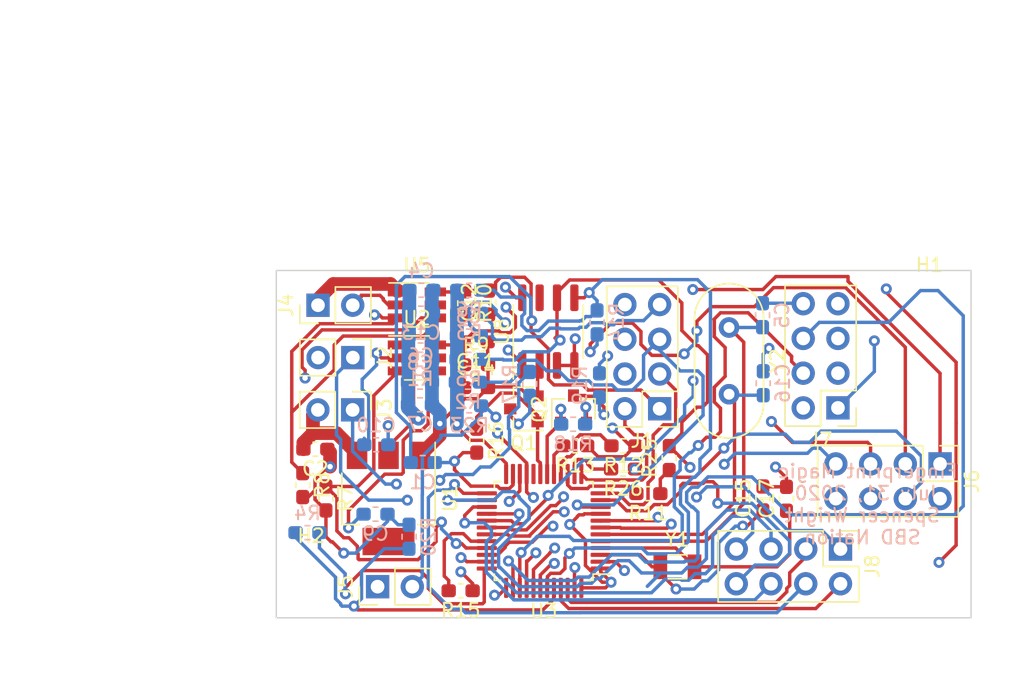
<source format=kicad_pcb>
(kicad_pcb (version 20171130) (host pcbnew "(5.1.6-0-10_14)")
  (layers (0 TOP signal) (1 GND signal hide) (2 POWER signal hide) (31 BOTTOM signal hide) (34 B.Paste user) (35 F.Paste user) (36 B.SilkS user) (37 F.SilkS user) (38 B.Mask user) (39 F.Mask user) (44 Edge.Cuts user))
  (net 0 "")
  (net 1 /FINGER_VCC)
  (net 2 GND)
  (net 3 +5V)
  (net 4 +3V3)
  (net 5 /XTAL1_HI)
  (net 6 "Net-(C9-Pad1)")
  (net 7 "Net-(C10-Pad1)")
  (net 8 /DISP_VCC)
  (net 9 /XTAL1)
  (net 10 /XTAL2_HI)
  (net 11 /XTAL2)
  (net 12 /USART2_RX_FROM_STM)
  (net 13 /USART2_TX_FROM_STM)
  (net 14 /INT2)
  (net 15 /INT1)
  (net 16 "Net-(J2-Pad1)")
  (net 17 "Net-(J3-Pad1)")
  (net 18 /RST)
  (net 19 /DISP_BUSY)
  (net 20 /DISP_RESET_N)
  (net 21 /DISP_DATA_CMD_CTRL)
  (net 22 "Net-(J6-Pad5)")
  (net 23 "Net-(J6-Pad4)")
  (net 24 "Net-(J6-Pad3)")
  (net 25 /SWDIO)
  (net 26 /SWCLK)
  (net 27 /SWO)
  (net 28 /NJTRST)
  (net 29 /TDI)
  (net 30 /FINGER_IO)
  (net 31 /KEYPAD_C4)
  (net 32 /KEYPAD_C3)
  (net 33 /KEYPAD_C2)
  (net 34 /KEYPAD_C1)
  (net 35 /KEYPAD_R4)
  (net 36 /KEYPAD_R3)
  (net 37 /KEYPAD_R2)
  (net 38 /KEYPAD_R1)
  (net 39 "Net-(Q1-Pad3)")
  (net 40 /GRN_LED)
  (net 41 /RED_LED)
  (net 42 "Net-(Q2-Pad3)")
  (net 43 /I2C1_SCL)
  (net 44 /I2C1_SDA)
  (net 45 /DISP_PWR_ON)
  (net 46 /FINGER_PWR_ON)
  (net 47 /SPI1_SCK)
  (net 48 /SPI1_MISO)
  (net 49 /SPI1_MOSI)
  (net 50 /DISP_CSN_BACKUP)
  (net 51 /SPI1_NSS)
  (net 52 "Net-(U3-Pad20)")
  (net 53 "Net-(U8-Pad7)")
  (net 54 "Net-(R20-Pad1)")
  (module Package_QFP:LQFP-48_7x7mm_P0.5mm (layer TOP) (at 128.775 74.925 180)
    (fp_text reference U3 (at 0 -5.85) (layer F.SilkS))
    (fp_text value STM32L433CCTx)
    (pad 1 smd roundrect (at -4.1625 -2.75 180) (size 1.475 0.3) (layers TOP F.Paste F.Mask) (net 4 +3V3))
    (pad 2 smd roundrect (at -4.1625 -2.25 180) (size 1.475 0.3) (layers TOP F.Paste F.Mask) (net 15 /INT1))
    (pad 3 smd roundrect (at -4.1625 -1.75 180) (size 1.475 0.3) (layers TOP F.Paste F.Mask) (net 9 /XTAL1))
    (pad 4 smd roundrect (at -4.1625 -1.25 180) (size 1.475 0.3) (layers TOP F.Paste F.Mask) (net 11 /XTAL2))
    (pad 5 smd roundrect (at -4.1625 -0.75 180) (size 1.475 0.3) (layers TOP F.Paste F.Mask) (net 5 /XTAL1_HI))
    (pad 6 smd roundrect (at -4.1625 -0.25 180) (size 1.475 0.3) (layers TOP F.Paste F.Mask) (net 10 /XTAL2_HI))
    (pad 7 smd roundrect (at -4.1625 0.25 180) (size 1.475 0.3) (layers TOP F.Paste F.Mask) (net 18 /RST))
    (pad 8 smd roundrect (at -4.1625 0.75 180) (size 1.475 0.3) (layers TOP F.Paste F.Mask) (net 2 GND))
    (pad 9 smd roundrect (at -4.1625 1.25 180) (size 1.475 0.3) (layers TOP F.Paste F.Mask) (net 4 +3V3))
    (pad 10 smd roundrect (at -4.1625 1.75 180) (size 1.475 0.3) (layers TOP F.Paste F.Mask) (net 14 /INT2))
    (pad 11 smd roundrect (at -4.1625 2.25 180) (size 1.475 0.3) (layers TOP F.Paste F.Mask) (net 31 /KEYPAD_C4))
    (pad 12 smd roundrect (at -4.1625 2.75 180) (size 1.475 0.3) (layers TOP F.Paste F.Mask) (net 13 /USART2_TX_FROM_STM))
    (pad 13 smd roundrect (at -2.75 4.1625 180) (size 0.3 1.475) (layers TOP F.Paste F.Mask) (net 12 /USART2_RX_FROM_STM))
    (pad 14 smd roundrect (at -2.25 4.1625 180) (size 0.3 1.475) (layers TOP F.Paste F.Mask) (net 51 /SPI1_NSS))
    (pad 15 smd roundrect (at -1.75 4.1625 180) (size 0.3 1.475) (layers TOP F.Paste F.Mask) (net 47 /SPI1_SCK))
    (pad 16 smd roundrect (at -1.25 4.1625 180) (size 0.3 1.475) (layers TOP F.Paste F.Mask) (net 48 /SPI1_MISO))
    (pad 17 smd roundrect (at -0.75 4.1625 180) (size 0.3 1.475) (layers TOP F.Paste F.Mask) (net 49 /SPI1_MOSI))
    (pad 18 smd roundrect (at -0.25 4.1625 180) (size 0.3 1.475) (layers TOP F.Paste F.Mask) (net 41 /RED_LED))
    (pad 19 smd roundrect (at 0.25 4.1625 180) (size 0.3 1.475) (layers TOP F.Paste F.Mask) (net 40 /GRN_LED))
    (pad 20 smd roundrect (at 0.75 4.1625 180) (size 0.3 1.475) (layers TOP F.Paste F.Mask) (net 52 "Net-(U3-Pad20)"))
    (pad 21 smd roundrect (at 1.25 4.1625 180) (size 0.3 1.475) (layers TOP F.Paste F.Mask) (net 46 /FINGER_PWR_ON))
    (pad 22 smd roundrect (at 1.75 4.1625 180) (size 0.3 1.475) (layers TOP F.Paste F.Mask) (net 30 /FINGER_IO))
    (pad 23 smd roundrect (at 2.25 4.1625 180) (size 0.3 1.475) (layers TOP F.Paste F.Mask) (net 2 GND))
    (pad 24 smd roundrect (at 2.75 4.1625 180) (size 0.3 1.475) (layers TOP F.Paste F.Mask) (net 4 +3V3))
    (pad 25 smd roundrect (at 4.1625 2.75 180) (size 1.475 0.3) (layers TOP F.Paste F.Mask) (net 35 /KEYPAD_R4))
    (pad 26 smd roundrect (at 4.1625 2.25 180) (size 1.475 0.3) (layers TOP F.Paste F.Mask) (net 34 /KEYPAD_C1))
    (pad 27 smd roundrect (at 4.1625 1.75 180) (size 1.475 0.3) (layers TOP F.Paste F.Mask) (net 33 /KEYPAD_C2))
    (pad 28 smd roundrect (at 4.1625 1.25 180) (size 1.475 0.3) (layers TOP F.Paste F.Mask) (net 32 /KEYPAD_C3))
    (pad 29 smd roundrect (at 4.1625 0.75 180) (size 1.475 0.3) (layers TOP F.Paste F.Mask) (net 21 /DISP_DATA_CMD_CTRL))
    (pad 30 smd roundrect (at 4.1625 0.25 180) (size 1.475 0.3) (layers TOP F.Paste F.Mask) (net 20 /DISP_RESET_N))
    (pad 31 smd roundrect (at 4.1625 -0.25 180) (size 1.475 0.3) (layers TOP F.Paste F.Mask) (net 19 /DISP_BUSY))
    (pad 32 smd roundrect (at 4.1625 -0.75 180) (size 1.475 0.3) (layers TOP F.Paste F.Mask) (net 50 /DISP_CSN_BACKUP))
    (pad 33 smd roundrect (at 4.1625 -1.25 180) (size 1.475 0.3) (layers TOP F.Paste F.Mask) (net 45 /DISP_PWR_ON))
    (pad 34 smd roundrect (at 4.1625 -1.75 180) (size 1.475 0.3) (layers TOP F.Paste F.Mask) (net 25 /SWDIO))
    (pad 35 smd roundrect (at 4.1625 -2.25 180) (size 1.475 0.3) (layers TOP F.Paste F.Mask) (net 2 GND))
    (pad 36 smd roundrect (at 4.1625 -2.75 180) (size 1.475 0.3) (layers TOP F.Paste F.Mask) (net 4 +3V3))
    (pad 37 smd roundrect (at 2.75 -4.1625 180) (size 0.3 1.475) (layers TOP F.Paste F.Mask) (net 26 /SWCLK))
    (pad 38 smd roundrect (at 2.25 -4.1625 180) (size 0.3 1.475) (layers TOP F.Paste F.Mask) (net 29 /TDI))
    (pad 39 smd roundrect (at 1.75 -4.1625 180) (size 0.3 1.475) (layers TOP F.Paste F.Mask) (net 27 /SWO))
    (pad 40 smd roundrect (at 1.25 -4.1625 180) (size 0.3 1.475) (layers TOP F.Paste F.Mask) (net 28 /NJTRST))
    (pad 41 smd roundrect (at 0.75 -4.1625 180) (size 0.3 1.475) (layers TOP F.Paste F.Mask) (net 38 /KEYPAD_R1))
    (pad 42 smd roundrect (at 0.25 -4.1625 180) (size 0.3 1.475) (layers TOP F.Paste F.Mask) (net 43 /I2C1_SCL))
    (pad 43 smd roundrect (at -0.25 -4.1625 180) (size 0.3 1.475) (layers TOP F.Paste F.Mask) (net 44 /I2C1_SDA))
    (pad 44 smd roundrect (at -0.75 -4.1625 180) (size 0.3 1.475) (layers TOP F.Paste F.Mask) (net 54 "Net-(R20-Pad1)"))
    (pad 45 smd roundrect (at -1.25 -4.1625 180) (size 0.3 1.475) (layers TOP F.Paste F.Mask) (net 37 /KEYPAD_R2))
    (pad 46 smd roundrect (at -1.75 -4.1625 180) (size 0.3 1.475) (layers TOP F.Paste F.Mask) (net 36 /KEYPAD_R3))
    (pad 47 smd roundrect (at -2.25 -4.1625 180) (size 0.3 1.475) (layers TOP F.Paste F.Mask) (net 2 GND))
    (pad 48 smd roundrect (at -2.75 -4.1625 180) (size 0.3 1.475) (layers TOP F.Paste F.Mask) (net 4 +3V3))
  )
  (module Capacitor_SMD:C_0603_1608Metric_Pad1.05x0.95mm_HandSolder (layer BOTTOM) (at 119.925 69.925)
    (fp_text reference C1 (at 0 1.43) (layer B.SilkS) (effects (justify mirror)))
    (fp_text value 1u)
    (pad 1 smd roundrect (at -0.875 0) (size 1.05 0.95) (layers BOTTOM B.Paste B.Mask) (net 1 /FINGER_VCC))
    (pad 2 smd roundrect (at 0.875 0) (size 1.05 0.95) (layers BOTTOM B.Paste B.Mask) (net 2 GND))
  )
  (module Capacitor_SMD:C_0603_1608Metric_Pad1.05x0.95mm_HandSolder (layer BOTTOM) (at 119.825 57.325 180)
    (fp_text reference C4 (at 0 1.43) (layer B.SilkS) (effects (justify mirror)))
    (fp_text value 1u)
    (pad 1 smd roundrect (at -0.875 0 180) (size 1.05 0.95) (layers BOTTOM B.Paste B.Mask) (net 2 GND))
    (pad 2 smd roundrect (at 0.875 0 180) (size 1.05 0.95) (layers BOTTOM B.Paste B.Mask) (net 4 +3V3))
  )
  (module Capacitor_SMD:C_0603_1608Metric_Pad1.05x0.95mm_HandSolder (layer BOTTOM) (at 119.775 60.675)
    (fp_text reference C6 (at 0 1.43) (layer B.SilkS) (effects (justify mirror)))
    (fp_text value 1u)
    (pad 2 smd roundrect (at 0.875 0) (size 1.05 0.95) (layers BOTTOM B.Paste B.Mask) (net 2 GND))
    (pad 1 smd roundrect (at -0.875 0) (size 1.05 0.95) (layers BOTTOM B.Paste B.Mask) (net 4 +3V3))
  )
  (module Capacitor_SMD:C_0603_1608Metric_Pad1.05x0.95mm_HandSolder (layer BOTTOM) (at 119.725 65.7)
    (fp_text reference C7 (at 0 1.43) (layer B.SilkS) (effects (justify mirror)))
    (fp_text value 1u)
    (pad 1 smd roundrect (at -0.875 0) (size 1.05 0.95) (layers BOTTOM B.Paste B.Mask) (net 4 +3V3))
    (pad 2 smd roundrect (at 0.875 0) (size 1.05 0.95) (layers BOTTOM B.Paste B.Mask) (net 2 GND))
  )
  (module Capacitor_SMD:C_0603_1608Metric_Pad1.05x0.95mm_HandSolder (layer BOTTOM) (at 119.725 64.05 180)
    (fp_text reference C8 (at 0 1.43) (layer B.SilkS) (effects (justify mirror)))
    (fp_text value 1u)
    (pad 1 smd roundrect (at -0.875 0 180) (size 1.05 0.95) (layers BOTTOM B.Paste B.Mask) (net 2 GND))
    (pad 2 smd roundrect (at 0.875 0 180) (size 1.05 0.95) (layers BOTTOM B.Paste B.Mask) (net 4 +3V3))
  )
  (module Capacitor_SMD:C_0603_1608Metric_Pad1.05x0.95mm_HandSolder (layer BOTTOM) (at 116.475 73.7)
    (fp_text reference C9 (at 0 1.43) (layer B.SilkS) (effects (justify mirror)))
    (fp_text value 220p)
    (pad 1 smd roundrect (at -0.875 0) (size 1.05 0.95) (layers BOTTOM B.Paste B.Mask) (net 6 "Net-(C9-Pad1)"))
    (pad 2 smd roundrect (at 0.875 0) (size 1.05 0.95) (layers BOTTOM B.Paste B.Mask) (net 2 GND))
  )
  (module Capacitor_SMD:C_0603_1608Metric_Pad1.05x0.95mm_HandSolder (layer BOTTOM) (at 116.525 68.625 180)
    (fp_text reference C10 (at 0 1.43) (layer B.SilkS) (effects (justify mirror)))
    (fp_text value 220p)
    (pad 2 smd roundrect (at 0.875 0 180) (size 1.05 0.95) (layers BOTTOM B.Paste B.Mask) (net 2 GND))
    (pad 1 smd roundrect (at -0.875 0 180) (size 1.05 0.95) (layers BOTTOM B.Paste B.Mask) (net 7 "Net-(C10-Pad1)"))
  )
  (module Capacitor_SMD:C_0603_1608Metric_Pad1.05x0.95mm_HandSolder (layer BOTTOM) (at 119.8 59)
    (fp_text reference C13 (at 0 1.43) (layer B.SilkS) (effects (justify mirror)))
    (fp_text value 1u)
    (pad 2 smd roundrect (at 0.875 0) (size 1.05 0.95) (layers BOTTOM B.Paste B.Mask) (net 2 GND))
    (pad 1 smd roundrect (at -0.875 0) (size 1.05 0.95) (layers BOTTOM B.Paste B.Mask) (net 4 +3V3))
  )
  (module Capacitor_SMD:C_0603_1608Metric_Pad1.05x0.95mm_HandSolder (layer TOP) (at 123.825 64.45)
    (fp_text reference C14 (at 0 -1.43) (layer F.SilkS))
    (fp_text value 1u)
    (pad 2 smd roundrect (at 0.875 0) (size 1.05 0.95) (layers TOP F.Paste F.Mask) (net 2 GND))
    (pad 1 smd roundrect (at -0.875 0) (size 1.05 0.95) (layers TOP F.Paste F.Mask) (net 8 /DISP_VCC))
  )
  (module MountingHole:MountingHole_2mm (layer TOP) (at 156.972 58.674)
    (fp_text reference H1 (at 0 -3.2) (layer F.SilkS))
    (fp_text value MountingHole_Pad)
    (pad "" np_thru_hole circle (at 0 0) (size 2 2) (drill 2) (layers *.Cu *.Mask))
  )
  (module MountingHole:MountingHole_2mm (layer TOP) (at 111.76 78.486)
    (fp_text reference H2 (at 0 -3.2) (layer F.SilkS))
    (fp_text value MountingHole_Pad)
    (pad "" np_thru_hole circle (at 0 0) (size 2 2) (drill 2) (layers *.Cu *.Mask))
  )
  (module Connector_PinHeader_2.54mm:PinHeader_2x04_P2.54mm_Vertical (layer TOP) (at 137.2489 65.99174 180)
    (fp_text reference J1 (at 1.27 -2.33) (layer F.SilkS))
    (fp_text value Conn_01x08_Male)
    (pad 1 thru_hole rect (at 0 0 180) (size 1.7 1.7) (drill 1) (layers *.Cu *.Mask) (net 1 /FINGER_VCC))
    (pad 2 thru_hole oval (at 2.54 0 180) (size 1.7 1.7) (drill 1) (layers *.Cu *.Mask) (net 12 /USART2_RX_FROM_STM))
    (pad 3 thru_hole oval (at 0 2.54 180) (size 1.7 1.7) (drill 1) (layers *.Cu *.Mask) (net 13 /USART2_TX_FROM_STM))
    (pad 4 thru_hole oval (at 2.54 2.54 180) (size 1.7 1.7) (drill 1) (layers *.Cu *.Mask) (net 2 GND))
    (pad 5 thru_hole oval (at 0 5.08 180) (size 1.7 1.7) (drill 1) (layers *.Cu *.Mask) (net 14 /INT2))
    (pad 6 thru_hole oval (at 2.54 5.08 180) (size 1.7 1.7) (drill 1) (layers *.Cu *.Mask) (net 2 GND))
    (pad 7 thru_hole oval (at 0 7.62 180) (size 1.7 1.7) (drill 1) (layers *.Cu *.Mask) (net 15 /INT1))
    (pad 8 thru_hole oval (at 2.54 7.62 180) (size 1.7 1.7) (drill 1) (layers *.Cu *.Mask) (net 2 GND))
  )
  (module Connector_PinHeader_2.54mm:PinHeader_1x02_P2.54mm_Vertical (layer TOP) (at 114.815 62.25 270)
    (fp_text reference J2 (at 0 -2.33 90) (layer F.SilkS))
    (fp_text value Conn_01x02_Male)
    (pad 2 thru_hole oval (at 0 2.54 270) (size 1.7 1.7) (drill 1) (layers *.Cu *.Mask) (net 3 +5V))
    (pad 1 thru_hole rect (at 0 0 270) (size 1.7 1.7) (drill 1) (layers *.Cu *.Mask) (net 16 "Net-(J2-Pad1)"))
  )
  (module Connector_PinHeader_2.54mm:PinHeader_1x02_P2.54mm_Vertical (layer TOP) (at 114.8 66.075 270)
    (fp_text reference J3 (at 0 -2.33 90) (layer F.SilkS))
    (fp_text value Conn_01x02_Male)
    (pad 1 thru_hole rect (at 0 0 270) (size 1.7 1.7) (drill 1) (layers *.Cu *.Mask) (net 17 "Net-(J3-Pad1)"))
    (pad 2 thru_hole oval (at 0 2.54 270) (size 1.7 1.7) (drill 1) (layers *.Cu *.Mask) (net 3 +5V))
  )
  (module Connector_PinHeader_2.54mm:PinHeader_1x02_P2.54mm_Vertical (layer TOP) (at 112.268 58.42 90)
    (fp_text reference J4 (at 0 -2.33 90) (layer F.SilkS))
    (fp_text value Conn_01x02_Male)
    (pad 2 thru_hole oval (at 0 2.54 90) (size 1.7 1.7) (drill 1) (layers *.Cu *.Mask) (net 2 GND))
    (pad 1 thru_hole rect (at 0 0 90) (size 1.7 1.7) (drill 1) (layers *.Cu *.Mask) (net 3 +5V))
  )
  (module Connector_PinHeader_2.54mm:PinHeader_1x02_P2.54mm_Vertical (layer TOP) (at 116.625 79 90)
    (fp_text reference J5 (at 0 -2.33 90) (layer F.SilkS))
    (fp_text value Conn_01x02_Male)
    (pad 1 thru_hole rect (at 0 0 90) (size 1.7 1.7) (drill 1) (layers *.Cu *.Mask) (net 2 GND))
    (pad 2 thru_hole oval (at 0 2.54 90) (size 1.7 1.7) (drill 1) (layers *.Cu *.Mask) (net 18 /RST))
  )
  (module Connector_PinHeader_2.54mm:PinHeader_2x04_P2.54mm_Vertical (layer TOP) (at 157.755 70.025 270)
    (fp_text reference J6 (at 1.27 -2.33 90) (layer F.SilkS))
    (fp_text value Conn_01x08_Male)
    (pad 8 thru_hole oval (at 2.54 7.62 270) (size 1.7 1.7) (drill 1) (layers *.Cu *.Mask) (net 19 /DISP_BUSY))
    (pad 7 thru_hole oval (at 0 7.62 270) (size 1.7 1.7) (drill 1) (layers *.Cu *.Mask) (net 20 /DISP_RESET_N))
    (pad 6 thru_hole oval (at 2.54 5.08 270) (size 1.7 1.7) (drill 1) (layers *.Cu *.Mask) (net 21 /DISP_DATA_CMD_CTRL))
    (pad 5 thru_hole oval (at 0 5.08 270) (size 1.7 1.7) (drill 1) (layers *.Cu *.Mask) (net 22 "Net-(J6-Pad5)"))
    (pad 4 thru_hole oval (at 2.54 2.54 270) (size 1.7 1.7) (drill 1) (layers *.Cu *.Mask) (net 23 "Net-(J6-Pad4)"))
    (pad 3 thru_hole oval (at 0 2.54 270) (size 1.7 1.7) (drill 1) (layers *.Cu *.Mask) (net 24 "Net-(J6-Pad3)"))
    (pad 2 thru_hole oval (at 2.54 0 270) (size 1.7 1.7) (drill 1) (layers *.Cu *.Mask) (net 2 GND))
    (pad 1 thru_hole rect (at 0 0 270) (size 1.7 1.7) (drill 1) (layers *.Cu *.Mask) (net 8 /DISP_VCC))
  )
  (module Connector_PinHeader_2.54mm:PinHeader_2x04_P2.54mm_Vertical (layer TOP) (at 150.29 65.93 180)
    (fp_text reference J7 (at 1.27 -2.33) (layer F.SilkS))
    (fp_text value Conn_01x08_Male)
    (pad 1 thru_hole rect (at 0 0 180) (size 1.7 1.7) (drill 1) (layers *.Cu *.Mask) (net 4 +3V3))
    (pad 2 thru_hole oval (at 2.54 0 180) (size 1.7 1.7) (drill 1) (layers *.Cu *.Mask) (net 25 /SWDIO))
    (pad 3 thru_hole oval (at 0 2.54 180) (size 1.7 1.7) (drill 1) (layers *.Cu *.Mask) (net 26 /SWCLK))
    (pad 4 thru_hole oval (at 2.54 2.54 180) (size 1.7 1.7) (drill 1) (layers *.Cu *.Mask) (net 27 /SWO))
    (pad 5 thru_hole oval (at 0 5.08 180) (size 1.7 1.7) (drill 1) (layers *.Cu *.Mask) (net 28 /NJTRST))
    (pad 6 thru_hole oval (at 2.54 5.08 180) (size 1.7 1.7) (drill 1) (layers *.Cu *.Mask) (net 29 /TDI))
    (pad 7 thru_hole oval (at 0 7.62 180) (size 1.7 1.7) (drill 1) (layers *.Cu *.Mask) (net 30 /FINGER_IO))
    (pad 8 thru_hole oval (at 2.54 7.62 180) (size 1.7 1.7) (drill 1) (layers *.Cu *.Mask) (net 2 GND))
  )
  (module Connector_PinHeader_2.54mm:PinHeader_2x04_P2.54mm_Vertical (layer TOP) (at 150.475 76.25 270)
    (fp_text reference J8 (at 1.27 -2.33 90) (layer F.SilkS))
    (fp_text value Conn_01x08_Male)
    (pad 8 thru_hole oval (at 2.54 7.62 270) (size 1.7 1.7) (drill 1) (layers *.Cu *.Mask) (net 31 /KEYPAD_C4))
    (pad 7 thru_hole oval (at 0 7.62 270) (size 1.7 1.7) (drill 1) (layers *.Cu *.Mask) (net 32 /KEYPAD_C3))
    (pad 6 thru_hole oval (at 2.54 5.08 270) (size 1.7 1.7) (drill 1) (layers *.Cu *.Mask) (net 33 /KEYPAD_C2))
    (pad 5 thru_hole oval (at 0 5.08 270) (size 1.7 1.7) (drill 1) (layers *.Cu *.Mask) (net 34 /KEYPAD_C1))
    (pad 4 thru_hole oval (at 2.54 2.54 270) (size 1.7 1.7) (drill 1) (layers *.Cu *.Mask) (net 35 /KEYPAD_R4))
    (pad 3 thru_hole oval (at 0 2.54 270) (size 1.7 1.7) (drill 1) (layers *.Cu *.Mask) (net 36 /KEYPAD_R3))
    (pad 2 thru_hole oval (at 2.54 0 270) (size 1.7 1.7) (drill 1) (layers *.Cu *.Mask) (net 37 /KEYPAD_R2))
    (pad 1 thru_hole rect (at 0 0 270) (size 1.7 1.7) (drill 1) (layers *.Cu *.Mask) (net 38 /KEYPAD_R1))
  )
  (module Package_TO_SOT_SMD:SOT-23 (layer TOP) (at 127.325 66 180)
    (fp_text reference Q1 (at 0 -2.5) (layer F.SilkS))
    (fp_text value BSS138)
    (pad 3 smd rect (at 1 0 180) (size 0.9 0.8) (layers TOP F.Paste F.Mask) (net 39 "Net-(Q1-Pad3)"))
    (pad 2 smd rect (at -1 0.95 180) (size 0.9 0.8) (layers TOP F.Paste F.Mask) (net 2 GND))
    (pad 1 smd rect (at -1 -0.95 180) (size 0.9 0.8) (layers TOP F.Paste F.Mask) (net 40 /GRN_LED))
  )
  (module Package_TO_SOT_SMD:SOT-23 (layer TOP) (at 130.95 66.025 90)
    (fp_text reference Q2 (at 0 -2.5 90) (layer F.SilkS))
    (fp_text value BSS138)
    (pad 1 smd rect (at -1 -0.95 90) (size 0.9 0.8) (layers TOP F.Paste F.Mask) (net 41 /RED_LED))
    (pad 2 smd rect (at -1 0.95 90) (size 0.9 0.8) (layers TOP F.Paste F.Mask) (net 2 GND))
    (pad 3 smd rect (at 1 0 90) (size 0.9 0.8) (layers TOP F.Paste F.Mask) (net 42 "Net-(Q2-Pad3)"))
  )
  (module Resistor_SMD:R_0603_1608Metric_Pad1.05x0.95mm_HandSolder (layer BOTTOM) (at 119.75 62.375)
    (fp_text reference R1 (at 0 1.43) (layer B.SilkS) (effects (justify mirror)))
    (fp_text value 1M)
    (pad 2 smd roundrect (at 0.875 0) (size 1.05 0.95) (layers BOTTOM B.Paste B.Mask) (net 2 GND))
    (pad 1 smd roundrect (at -0.875 0) (size 1.05 0.95) (layers BOTTOM B.Paste B.Mask) (net 4 +3V3))
  )
  (module Capacitor_SMD:C_0603_1608Metric_Pad1.05x0.95mm_HandSolder (layer BOTTOM) (at 123.225 64.05)
    (fp_text reference R2 (at 0 1.43) (layer B.SilkS) (effects (justify mirror)))
    (fp_text value 10k)
    (pad 1 smd roundrect (at -0.875 0) (size 1.05 0.95) (layers BOTTOM B.Paste B.Mask) (net 4 +3V3))
    (pad 2 smd roundrect (at 0.875 0) (size 1.05 0.95) (layers BOTTOM B.Paste B.Mask) (net 14 /INT2))
  )
  (module Capacitor_SMD:C_0603_1608Metric_Pad1.05x0.95mm_HandSolder (layer BOTTOM) (at 123.325 59)
    (fp_text reference R3 (at 0 1.43) (layer B.SilkS) (effects (justify mirror)))
    (fp_text value 10k)
    (pad 2 smd roundrect (at 0.875 0) (size 1.05 0.95) (layers BOTTOM B.Paste B.Mask) (net 15 /INT1))
    (pad 1 smd roundrect (at -0.875 0) (size 1.05 0.95) (layers BOTTOM B.Paste B.Mask) (net 4 +3V3))
  )
  (module Resistor_SMD:R_0603_1608Metric_Pad1.05x0.95mm_HandSolder (layer BOTTOM) (at 123.275 62.375)
    (fp_text reference R5 (at 0 1.43) (layer B.SilkS) (effects (justify mirror)))
    (fp_text value 10k)
    (pad 1 smd roundrect (at -0.875 0) (size 1.05 0.95) (layers BOTTOM B.Paste B.Mask) (net 4 +3V3))
    (pad 2 smd roundrect (at 0.875 0) (size 1.05 0.95) (layers BOTTOM B.Paste B.Mask) (net 43 /I2C1_SCL))
  )
  (module Resistor_SMD:R_0603_1608Metric_Pad1.05x0.95mm_HandSolder (layer BOTTOM) (at 123.325 57.325)
    (fp_text reference R6 (at 0 1.43) (layer B.SilkS) (effects (justify mirror)))
    (fp_text value 10k)
    (pad 1 smd roundrect (at -0.875 0) (size 1.05 0.95) (layers BOTTOM B.Paste B.Mask) (net 4 +3V3))
    (pad 2 smd roundrect (at 0.875 0) (size 1.05 0.95) (layers BOTTOM B.Paste B.Mask) (net 44 /I2C1_SDA))
  )
  (module Resistor_SMD:R_0603_1608Metric_Pad1.05x0.95mm_HandSolder (layer TOP) (at 112.85 72.55 270)
    (fp_text reference R7 (at 0 -1.43 270) (layer F.SilkS))
    (fp_text value 1M)
    (pad 2 smd roundrect (at 0.875 0 270) (size 1.05 0.95) (layers TOP F.Paste F.Mask) (net 2 GND))
    (pad 1 smd roundrect (at -0.875 0 270) (size 1.05 0.95) (layers TOP F.Paste F.Mask) (net 45 /DISP_PWR_ON))
  )
  (module Resistor_SMD:R_0603_1608Metric_Pad1.05x0.95mm_HandSolder (layer TOP) (at 111.15 71.575 270)
    (fp_text reference R8 (at 0 -1.43 90) (layer F.SilkS))
    (fp_text value 1M)
    (pad 1 smd roundrect (at -0.875 0 270) (size 1.05 0.95) (layers TOP F.Paste F.Mask) (net 46 /FINGER_PWR_ON))
    (pad 2 smd roundrect (at 0.875 0 270) (size 1.05 0.95) (layers TOP F.Paste F.Mask) (net 2 GND))
  )
  (module Resistor_SMD:R_0603_1608Metric_Pad1.05x0.95mm_HandSolder (layer TOP) (at 123.825 62.775)
    (fp_text reference R9 (at 0 -1.43) (layer F.SilkS))
    (fp_text value DNI)
    (pad 1 smd roundrect (at -0.875 0) (size 1.05 0.95) (layers TOP F.Paste F.Mask) (net 8 /DISP_VCC))
    (pad 2 smd roundrect (at 0.875 0) (size 1.05 0.95) (layers TOP F.Paste F.Mask) (net 2 GND))
  )
  (module Resistor_SMD:R_0603_1608Metric_Pad1.05x0.95mm_HandSolder (layer TOP) (at 123 58.275 270)
    (fp_text reference R10 (at 0 -1.43 90) (layer F.SilkS))
    (fp_text value DNI)
    (pad 2 smd roundrect (at 0.875 0 270) (size 1.05 0.95) (layers TOP F.Paste F.Mask) (net 2 GND))
    (pad 1 smd roundrect (at -0.875 0 270) (size 1.05 0.95) (layers TOP F.Paste F.Mask) (net 1 /FINGER_VCC))
  )
  (module Resistor_SMD:R_0603_1608Metric_Pad1.05x0.95mm_HandSolder (layer TOP) (at 136.425 72.2 180)
    (fp_text reference R11 (at 0 -1.43) (layer F.SilkS))
    (fp_text value 0)
    (pad 2 smd roundrect (at 0.875 0 180) (size 1.05 0.95) (layers TOP F.Paste F.Mask) (net 47 /SPI1_SCK))
    (pad 1 smd roundrect (at -0.875 0 180) (size 1.05 0.95) (layers TOP F.Paste F.Mask) (net 23 "Net-(J6-Pad4)"))
  )
  (module Resistor_SMD:R_0603_1608Metric_Pad1.05x0.95mm_HandSolder (layer TOP) (at 134.6 68.7 180)
    (fp_text reference R12 (at 0 -1.43) (layer F.SilkS))
    (fp_text value DNI)
    (pad 1 smd roundrect (at -0.875 0 180) (size 1.05 0.95) (layers TOP F.Paste F.Mask) (net 24 "Net-(J6-Pad3)"))
    (pad 2 smd roundrect (at 0.875 0 180) (size 1.05 0.95) (layers TOP F.Paste F.Mask) (net 48 /SPI1_MISO))
  )
  (module Resistor_SMD:R_0603_1608Metric_Pad1.05x0.95mm_HandSolder (layer TOP) (at 131.075 68.7 180)
    (fp_text reference R13 (at 0 -1.43) (layer F.SilkS))
    (fp_text value 0)
    (pad 2 smd roundrect (at 0.875 0 180) (size 1.05 0.95) (layers TOP F.Paste F.Mask) (net 49 /SPI1_MOSI))
    (pad 1 smd roundrect (at -0.875 0 180) (size 1.05 0.95) (layers TOP F.Paste F.Mask) (net 24 "Net-(J6-Pad3)"))
  )
  (module Resistor_SMD:R_0603_1608Metric_Pad1.05x0.95mm_HandSolder (layer BOTTOM) (at 132.675 59.675 90)
    (fp_text reference R14 (at 0 1.43 90) (layer B.SilkS) (effects (justify mirror)))
    (fp_text value DNI)
    (pad 1 smd roundrect (at -0.875 0 90) (size 1.05 0.95) (layers BOTTOM B.Paste B.Mask) (net 24 "Net-(J6-Pad3)"))
    (pad 2 smd roundrect (at 0.875 0 90) (size 1.05 0.95) (layers BOTTOM B.Paste B.Mask) (net 44 /I2C1_SDA))
  )
  (module Resistor_SMD:R_0603_1608Metric_Pad1.05x0.95mm_HandSolder (layer TOP) (at 122.7 79.3 180)
    (fp_text reference R15 (at 0 -1.43) (layer F.SilkS))
    (fp_text value DNI)
    (pad 2 smd roundrect (at 0.875 0 180) (size 1.05 0.95) (layers TOP F.Paste F.Mask) (net 50 /DISP_CSN_BACKUP))
    (pad 1 smd roundrect (at -0.875 0 180) (size 1.05 0.95) (layers TOP F.Paste F.Mask) (net 22 "Net-(J6-Pad5)"))
  )
  (module Resistor_SMD:R_0603_1608Metric_Pad1.05x0.95mm_HandSolder (layer TOP) (at 123.875 68.325 270)
    (fp_text reference R16 (at 0 -1.43 90) (layer F.SilkS))
    (fp_text value 1M)
    (pad 1 smd roundrect (at -0.875 0 270) (size 1.05 0.95) (layers TOP F.Paste F.Mask) (net 40 /GRN_LED))
    (pad 2 smd roundrect (at 0.875 0 270) (size 1.05 0.95) (layers TOP F.Paste F.Mask) (net 2 GND))
  )
  (module Resistor_SMD:R_0603_1608Metric_Pad1.05x0.95mm_HandSolder (layer BOTTOM) (at 127.75 64.175 270)
    (fp_text reference R17 (at 0 1.43 270) (layer B.SilkS) (effects (justify mirror)))
    (fp_text value 100)
    (pad 1 smd roundrect (at -0.875 0 270) (size 1.05 0.95) (layers BOTTOM B.Paste B.Mask) (net 16 "Net-(J2-Pad1)"))
    (pad 2 smd roundrect (at 0.875 0 270) (size 1.05 0.95) (layers BOTTOM B.Paste B.Mask) (net 39 "Net-(Q1-Pad3)"))
  )
  (module Resistor_SMD:R_0603_1608Metric_Pad1.05x0.95mm_HandSolder (layer BOTTOM) (at 130.925 67.125)
    (fp_text reference R18 (at 0 1.43) (layer B.SilkS) (effects (justify mirror)))
    (fp_text value 1M)
    (pad 1 smd roundrect (at -0.875 0) (size 1.05 0.95) (layers BOTTOM B.Paste B.Mask) (net 41 /RED_LED))
    (pad 2 smd roundrect (at 0.875 0) (size 1.05 0.95) (layers BOTTOM B.Paste B.Mask) (net 2 GND))
  )
  (module Resistor_SMD:R_0603_1608Metric_Pad1.05x0.95mm_HandSolder (layer BOTTOM) (at 132.85 64.275 270)
    (fp_text reference R19 (at 0 1.43 90) (layer B.SilkS) (effects (justify mirror)))
    (fp_text value 100)
    (pad 2 smd roundrect (at 0.875 0 270) (size 1.05 0.95) (layers BOTTOM B.Paste B.Mask) (net 42 "Net-(Q2-Pad3)"))
    (pad 1 smd roundrect (at -0.875 0 270) (size 1.05 0.95) (layers BOTTOM B.Paste B.Mask) (net 17 "Net-(J3-Pad1)"))
  )
  (module Resistor_SMD:R_0603_1608Metric_Pad1.05x0.95mm_HandSolder (layer BOTTOM) (at 123.325 65.775)
    (fp_text reference R23 (at 0 1.43) (layer B.SilkS) (effects (justify mirror)))
    (fp_text value 10k)
    (pad 2 smd roundrect (at 0.875 0) (size 1.05 0.95) (layers BOTTOM B.Paste B.Mask) (net 18 /RST))
    (pad 1 smd roundrect (at -0.875 0) (size 1.05 0.95) (layers BOTTOM B.Paste B.Mask) (net 4 +3V3))
  )
  (module Resistor_SMD:R_0603_1608Metric_Pad1.05x0.95mm_HandSolder (layer TOP) (at 137.95 69.6 90)
    (fp_text reference R25 (at 0 -1.43 90) (layer F.SilkS))
    (fp_text value DNI)
    (pad 2 smd roundrect (at 0.875 0 90) (size 1.05 0.95) (layers TOP F.Paste F.Mask) (net 43 /I2C1_SCL))
    (pad 1 smd roundrect (at -0.875 0 90) (size 1.05 0.95) (layers TOP F.Paste F.Mask) (net 23 "Net-(J6-Pad4)"))
  )
  (module Resistor_SMD:R_0603_1608Metric_Pad1.05x0.95mm_HandSolder (layer TOP) (at 134.575 70.4 180)
    (fp_text reference R26 (at 0 -1.43) (layer F.SilkS))
    (fp_text value 0)
    (pad 1 smd roundrect (at -0.875 0 180) (size 1.05 0.95) (layers TOP F.Paste F.Mask) (net 22 "Net-(J6-Pad5)"))
    (pad 2 smd roundrect (at 0.875 0 180) (size 1.05 0.95) (layers TOP F.Paste F.Mask) (net 51 /SPI1_NSS))
  )
  (module Package_TO_SOT_SMD:SOT-223 (layer TOP) (at 117.425 72.55 270)
    (fp_text reference U1 (at 0 -4.5 90) (layer F.SilkS))
    (fp_text value TLV1117-33)
    (pad 4 smd rect (at 3.15 0 270) (size 2 3.8) (layers TOP F.Paste F.Mask))
    (pad 2 smd rect (at -3.15 0 270) (size 2 1.5) (layers TOP F.Paste F.Mask) (net 4 +3V3))
    (pad 3 smd rect (at -3.15 2.3 270) (size 2 1.5) (layers TOP F.Paste F.Mask) (net 3 +5V))
    (pad 1 smd rect (at -3.15 -2.3 270) (size 2 1.5) (layers TOP F.Paste F.Mask) (net 2 GND))
  )
  (module Package_TO_SOT_SMD:SOT-23-6_Handsoldering (layer TOP) (at 119.5 62.275)
    (fp_text reference U2 (at 0 -2.9) (layer F.SilkS))
    (fp_text value TPS22918)
    (pad 5 smd rect (at 1.35 0) (size 1.56 0.65) (layers TOP F.Paste F.Mask) (net 8 /DISP_VCC))
    (pad 6 smd rect (at 1.35 -0.95) (size 1.56 0.65) (layers TOP F.Paste F.Mask) (net 8 /DISP_VCC))
    (pad 4 smd rect (at 1.35 0.95) (size 1.56 0.65) (layers TOP F.Paste F.Mask) (net 6 "Net-(C9-Pad1)"))
    (pad 3 smd rect (at -1.35 0.95) (size 1.56 0.65) (layers TOP F.Paste F.Mask) (net 45 /DISP_PWR_ON))
    (pad 2 smd rect (at -1.35 0) (size 1.56 0.65) (layers TOP F.Paste F.Mask) (net 2 GND))
    (pad 1 smd rect (at -1.35 -0.95) (size 1.56 0.65) (layers TOP F.Paste F.Mask) (net 4 +3V3))
  )
  (module Package_TO_SOT_SMD:SOT-23-6_Handsoldering (layer TOP) (at 119.5 58.4)
    (fp_text reference U5 (at 0 -2.9) (layer F.SilkS))
    (fp_text value TPS22918)
    (pad 1 smd rect (at -1.35 -0.95) (size 1.56 0.65) (layers TOP F.Paste F.Mask) (net 3 +5V))
    (pad 2 smd rect (at -1.35 0) (size 1.56 0.65) (layers TOP F.Paste F.Mask) (net 2 GND))
    (pad 3 smd rect (at -1.35 0.95) (size 1.56 0.65) (layers TOP F.Paste F.Mask) (net 46 /FINGER_PWR_ON))
    (pad 4 smd rect (at 1.35 0.95) (size 1.56 0.65) (layers TOP F.Paste F.Mask) (net 7 "Net-(C10-Pad1)"))
    (pad 6 smd rect (at 1.35 -0.95) (size 1.56 0.65) (layers TOP F.Paste F.Mask) (net 1 /FINGER_VCC))
    (pad 5 smd rect (at 1.35 0) (size 1.56 0.65) (layers TOP F.Paste F.Mask) (net 1 /FINGER_VCC))
  )
  (module Package_SO:SOIC-8_3.9x4.9mm_P1.27mm (layer TOP) (at 129.11 60.35 90)
    (fp_text reference U8 (at 0 -3.4 90) (layer F.SilkS))
    (fp_text value CAT24C256)
    (pad 1 smd roundrect (at -2.475 -1.905 90) (size 1.95 0.6) (layers TOP F.Paste F.Mask) (net 4 +3V3))
    (pad 2 smd roundrect (at -2.475 -0.635 90) (size 1.95 0.6) (layers TOP F.Paste F.Mask) (net 2 GND))
    (pad 3 smd roundrect (at -2.475 0.635 90) (size 1.95 0.6) (layers TOP F.Paste F.Mask) (net 2 GND))
    (pad 4 smd roundrect (at -2.475 1.905 90) (size 1.95 0.6) (layers TOP F.Paste F.Mask) (net 2 GND))
    (pad 5 smd roundrect (at 2.475 1.905 90) (size 1.95 0.6) (layers TOP F.Paste F.Mask) (net 44 /I2C1_SDA))
    (pad 6 smd roundrect (at 2.475 0.635 90) (size 1.95 0.6) (layers TOP F.Paste F.Mask) (net 43 /I2C1_SCL))
    (pad 7 smd roundrect (at 2.475 -0.635 90) (size 1.95 0.6) (layers TOP F.Paste F.Mask) (net 53 "Net-(U8-Pad7)"))
    (pad 8 smd roundrect (at 2.475 -1.905 90) (size 1.95 0.6) (layers TOP F.Paste F.Mask) (net 4 +3V3))
  )
  (module Crystal:Crystal_HC49-U_Vertical (layer TOP) (at 142.325 60.05 270)
    (fp_text reference Y2 (at 2.44 -3.525 90) (layer F.SilkS))
    (fp_text value 8M)
    (pad 1 thru_hole circle (at 0 0 270) (size 1.5 1.5) (drill 0.8) (layers *.Cu *.Mask) (net 5 /XTAL1_HI))
    (pad 2 thru_hole circle (at 4.88 0 270) (size 1.5 1.5) (drill 0.8) (layers *.Cu *.Mask) (net 10 /XTAL2_HI))
  )
  (module Capacitor_SMD:C_0603_1608Metric_Pad1.05x0.95mm_HandSolder (layer TOP) (at 112.075 68.95 180)
    (fp_text reference C2 (at 0 -1.43) (layer F.SilkS))
    (fp_text value 10u)
    (pad 2 smd roundrect (at 0.875 0 180) (size 1.05 0.95) (layers TOP F.Paste F.Mask) (net 3 +5V))
    (pad 1 smd roundrect (at -0.875 0 180) (size 1.05 0.95) (layers TOP F.Paste F.Mask) (net 2 GND))
  )
  (module Capacitor_SMD:C_0603_1608Metric_Pad1.05x0.95mm_HandSolder (layer BOTTOM) (at 123.3 60.675 180)
    (fp_text reference C3 (at 0 1.43) (layer B.SilkS) (effects (justify mirror)))
    (fp_text value 10u)
    (pad 1 smd roundrect (at -0.875 0 180) (size 1.05 0.95) (layers BOTTOM B.Paste B.Mask) (net 2 GND))
    (pad 2 smd roundrect (at 0.875 0 180) (size 1.05 0.95) (layers BOTTOM B.Paste B.Mask) (net 4 +3V3))
  )
  (module Capacitor_SMD:C_0603_1608Metric_Pad1.05x0.95mm_HandSolder (layer TOP) (at 123.8 61.1 180)
    (fp_text reference C11 (at 0 -1.43) (layer F.SilkS))
    (fp_text value 10u)
    (pad 2 smd roundrect (at 0.875 0 180) (size 1.05 0.95) (layers TOP F.Paste F.Mask) (net 8 /DISP_VCC))
    (pad 1 smd roundrect (at -0.875 0 180) (size 1.05 0.95) (layers TOP F.Paste F.Mask) (net 2 GND))
  )
  (module Capacitor_SMD:C_0603_1608Metric_Pad1.05x0.95mm_HandSolder (layer TOP) (at 124.75 58.225 90)
    (fp_text reference C12 (at 0 -1.43 90) (layer F.SilkS))
    (fp_text value 10u)
    (pad 1 smd roundrect (at -0.875 0 90) (size 1.05 0.95) (layers TOP F.Paste F.Mask) (net 2 GND))
    (pad 2 smd roundrect (at 0.875 0 90) (size 1.05 0.95) (layers TOP F.Paste F.Mask) (net 1 /FINGER_VCC))
  )
  (module Crystal:Crystal_SMD_3215-2Pin_3.2x1.5mm (layer TOP) (at 138.55 77.55)
    (fp_text reference Y1 (at 0 -2) (layer F.SilkS))
    (fp_text value "32.768k Crystal")
    (pad 1 smd rect (at 1.25 0) (size 1 1.8) (layers TOP F.Paste F.Mask) (net 11 /XTAL2))
    (pad 2 smd rect (at -1.25 0) (size 1 1.8) (layers TOP F.Paste F.Mask) (net 9 /XTAL1))
  )
  (module Capacitor_SMD:C_0603_1608Metric_Pad1.05x0.95mm_HandSolder (layer BOTTOM) (at 144.775 59.15 90)
    (fp_text reference C5 (at 0 1.43 90) (layer B.SilkS) (effects (justify mirror)))
    (fp_text value CP1_Small)
    (pad 1 smd roundrect (at -0.875 0 90) (size 1.05 0.95) (layers BOTTOM B.Paste B.Mask) (net 5 /XTAL1_HI))
    (pad 2 smd roundrect (at 0.875 0 90) (size 1.05 0.95) (layers BOTTOM B.Paste B.Mask) (net 2 GND))
  )
  (module Capacitor_SMD:C_0603_1608Metric_Pad1.05x0.95mm_HandSolder (layer TOP) (at 144.8 72.55 90)
    (fp_text reference C15 (at 0 -1.43 90) (layer F.SilkS))
    (fp_text value CP1_Small)
    (pad 2 smd roundrect (at 0.875 0 90) (size 1.05 0.95) (layers TOP F.Paste F.Mask) (net 2 GND))
    (pad 1 smd roundrect (at -0.875 0 90) (size 1.05 0.95) (layers TOP F.Paste F.Mask) (net 9 /XTAL1))
  )
  (module Capacitor_SMD:C_0603_1608Metric_Pad1.05x0.95mm_HandSolder (layer BOTTOM) (at 144.825 64.125 90)
    (fp_text reference C16 (at 0 1.43 90) (layer B.SilkS) (effects (justify mirror)))
    (fp_text value CP1_Small)
    (pad 2 smd roundrect (at 0.875 0 90) (size 1.05 0.95) (layers BOTTOM B.Paste B.Mask) (net 2 GND))
    (pad 1 smd roundrect (at -0.875 0 90) (size 1.05 0.95) (layers BOTTOM B.Paste B.Mask) (net 10 /XTAL2_HI))
  )
  (module Capacitor_SMD:C_0603_1608Metric_Pad1.05x0.95mm_HandSolder (layer TOP) (at 146.525 72.575 90)
    (fp_text reference C17 (at 0 -1.43 90) (layer F.SilkS))
    (fp_text value CP1_Small)
    (pad 1 smd roundrect (at -0.875 0 90) (size 1.05 0.95) (layers TOP F.Paste F.Mask) (net 11 /XTAL2))
    (pad 2 smd roundrect (at 0.875 0 90) (size 1.05 0.95) (layers TOP F.Paste F.Mask) (net 2 GND))
  )
  (module Resistor_SMD:R_0603_1608Metric_Pad1.05x0.95mm_HandSolder (layer BOTTOM) (at 111.5 75.05 180)
    (fp_text reference R4 (at 0 1.43) (layer B.SilkS) (effects (justify mirror)))
    (fp_text value DNI)
    (pad 2 smd roundrect (at 0.875 0 180) (size 1.05 0.95) (layers BOTTOM B.Paste B.Mask) (net 54 "Net-(R20-Pad1)"))
    (pad 1 smd roundrect (at -0.875 0 180) (size 1.05 0.95) (layers BOTTOM B.Paste B.Mask) (net 4 +3V3))
  )
  (module Resistor_SMD:R_0603_1608Metric_Pad1.05x0.95mm_HandSolder (layer BOTTOM) (at 118.925 75.35 90)
    (fp_text reference R20 (at 0 1.43 90) (layer B.SilkS) (effects (justify mirror)))
    (fp_text value 10k)
    (pad 1 smd roundrect (at -0.875 0 90) (size 1.05 0.95) (layers BOTTOM B.Paste B.Mask) (net 54 "Net-(R20-Pad1)"))
    (pad 2 smd roundrect (at 0.875 0 90) (size 1.05 0.95) (layers BOTTOM B.Paste B.Mask) (net 2 GND))
  )
  (gr_text "Fingerprint Magic \nJuly 31, 2020 \nSpencer Wright\nSBD Nation" (at 152.075 72.975) (layer B.SilkS) (effects (font (size 1 1)) (justify mirror)))
  (gr_line (start 160.02 55.88) (end 160.02 81.28) (layer Edge.Cuts) (width 0.1))
  (gr_line (start 109.22 55.88) (end 160.02 55.88) (layer Edge.Cuts) (width 0.1))
  (gr_line (start 109.22 81.28) (end 109.22 55.88) (layer Edge.Cuts) (width 0.1))
  (gr_line (start 160.02 81.28) (end 109.22 81.28) (layer Edge.Cuts) (width 0.1))
  (via (at 127.9 59.55) (size 0.8) (drill 0.4) (layers TOP BOTTOM) (net 1))
  (segment (start 123.05 57.35) (end 123 57.4) (width 0.25) (layer TOP) (net 1))
  (segment (start 124.75 57.35) (end 123.05 57.35) (width 0.25) (layer TOP) (net 1))
  (segment (start 120.85 57.45) (end 120.85 58.4) (width 0.25) (layer TOP) (net 1))
  (segment (start 122.95 57.45) (end 123 57.4) (width 0.25) (layer TOP) (net 1))
  (segment (start 120.85 57.45) (end 122.95 57.45) (width 0.25) (layer TOP) (net 1))
  (segment (start 129.11999 63.846758) (end 129.523231 64.249999) (width 0.25) (layer TOP) (net 1))
  (segment (start 129.11999 61.60858) (end 129.11999 63.846758) (width 0.25) (layer TOP) (net 1))
  (segment (start 127.84999 60.33858) (end 129.11999 61.60858) (width 0.25) (layer TOP) (net 1))
  (segment (start 127.371747 56.374999) (end 127.84999 56.853242) (width 0.25) (layer TOP) (net 1))
  (segment (start 125.249999 56.751999) (end 125.626999 56.374999) (width 0.25) (layer TOP) (net 1))
  (segment (start 125.249999 57.325001) (end 125.249999 56.751999) (width 0.25) (layer TOP) (net 1))
  (segment (start 125.225 57.35) (end 125.249999 57.325001) (width 0.25) (layer TOP) (net 1))
  (segment (start 125.626999 56.374999) (end 127.371747 56.374999) (width 0.25) (layer TOP) (net 1))
  (segment (start 127.84999 56.853242) (end 127.84999 60.33858) (width 0.25) (layer TOP) (net 1))
  (segment (start 124.75 57.35) (end 125.225 57.35) (width 0.25) (layer TOP) (net 1))
  (segment (start 132.013151 64.626741) (end 131.636409 64.249999) (width 0.25) (layer TOP) (net 1))
  (segment (start 131.636409 64.249999) (end 129.523231 64.249999) (width 0.25) (layer TOP) (net 1))
  (segment (start 135.883901 64.626741) (end 132.013151 64.626741) (width 0.25) (layer TOP) (net 1))
  (segment (start 137.2489 65.99174) (end 135.883901 64.626741) (width 0.25) (layer TOP) (net 1))
  (segment (start 127.825 59.275) (end 127.85 59.3) (width 0.25) (layer BOTTOM) (net 1))
  (segment (start 126.273002 56.325) (end 127.825 57.876998) (width 0.25) (layer BOTTOM) (net 1))
  (segment (start 118.62949 56.325) (end 126.273002 56.325) (width 0.25) (layer BOTTOM) (net 1))
  (segment (start 117.99999 56.9545) (end 118.62949 56.325) (width 0.25) (layer BOTTOM) (net 1))
  (segment (start 127.825 57.876998) (end 127.825 59.475) (width 0.25) (layer BOTTOM) (net 1))
  (segment (start 117.99999 66.26673) (end 117.99999 56.9545) (width 0.25) (layer BOTTOM) (net 1))
  (segment (start 127.825 59.475) (end 127.9 59.55) (width 0.25) (layer BOTTOM) (net 1))
  (segment (start 119.05 67.31674) (end 117.99999 66.26673) (width 0.25) (layer BOTTOM) (net 1))
  (segment (start 119.05 69.925) (end 119.05 67.31674) (width 0.25) (layer BOTTOM) (net 1))
  (via (at 137.125 73.925) (size 0.8) (drill 0.4) (layers TOP BOTTOM) (net 2))
  (via (at 122.25 69.825) (size 0.8) (drill 0.4) (layers TOP BOTTOM) (net 2))
  (via (at 131.05 77.6) (size 0.8) (drill 0.4) (layers TOP BOTTOM) (net 2))
  (via (at 131.075 60.875) (size 0.8) (drill 0.4) (layers TOP BOTTOM) (net 2))
  (via (at 113.15 70.225) (size 0.8) (drill 0.4) (layers TOP BOTTOM) (net 2))
  (via (at 121.175 67.075) (size 0.8) (drill 0.4) (layers TOP BOTTOM) (net 2))
  (segment (start 120.6 57.425) (end 120.7 57.325) (width 1) (layer BOTTOM) (net 2))
  (segment (start 120.6 65.7) (end 120.6 57.425) (width 1) (layer BOTTOM) (net 2))
  (segment (start 121.175 66.275) (end 120.6 65.7) (width 1) (layer BOTTOM) (net 2))
  (segment (start 121.175 67.075) (end 121.175 66.275) (width 1) (layer BOTTOM) (net 2))
  (segment (start 121.175 67.95) (end 121.175 67.075) (width 1) (layer TOP) (net 2))
  (segment (start 119.725 69.4) (end 121.175 67.95) (width 1) (layer TOP) (net 2))
  (segment (start 118.15 62.275) (end 118.890002 62.275) (width 0.25) (layer TOP) (net 2))
  (segment (start 112.97949 70.225) (end 113.15 70.225) (width 0.25) (layer TOP) (net 2))
  (segment (start 112.04999 71.1545) (end 112.97949 70.225) (width 0.25) (layer TOP) (net 2))
  (segment (start 112.85 73.425) (end 112.04999 72.62499) (width 0.25) (layer TOP) (net 2))
  (segment (start 111.54998 72.45) (end 112.04999 71.94999) (width 0.25) (layer TOP) (net 2))
  (segment (start 111.15 72.45) (end 111.54998 72.45) (width 0.25) (layer TOP) (net 2))
  (segment (start 112.04999 71.94999) (end 112.04999 71.1545) (width 0.25) (layer TOP) (net 2))
  (segment (start 112.04999 72.62499) (end 112.04999 71.94999) (width 0.25) (layer TOP) (net 2))
  (segment (start 124.7 59.15) (end 124.75 59.1) (width 0.25) (layer TOP) (net 2))
  (segment (start 123 59.15) (end 124.7 59.15) (width 0.25) (layer TOP) (net 2))
  (segment (start 124.7 64.45) (end 124.7 62.775) (width 0.25) (layer TOP) (net 2))
  (segment (start 124.675 62.75) (end 124.7 62.775) (width 0.25) (layer TOP) (net 2))
  (segment (start 124.675 61.1) (end 124.675 62.75) (width 0.25) (layer TOP) (net 2))
  (segment (start 124.675 59.175) (end 124.75 59.1) (width 0.25) (layer TOP) (net 2))
  (segment (start 124.75 59.1) (end 125.1 59.1) (width 0.25) (layer TOP) (net 2))
  (segment (start 128.325 62.975) (end 128.475 62.825) (width 0.25) (layer TOP) (net 2))
  (segment (start 128.325 65.05) (end 128.325 62.975) (width 0.25) (layer TOP) (net 2))
  (segment (start 131.9 67.025) (end 131.9 67.025) (width 0.25) (layer TOP) (net 2))
  (segment (start 131.015 60.935) (end 131.075 60.875) (width 0.25) (layer TOP) (net 2))
  (segment (start 131.015 62.825) (end 131.015 60.935) (width 0.25) (layer TOP) (net 2))
  (via (at 116.55 61.925) (size 0.8) (drill 0.4) (layers TOP BOTTOM) (net 2))
  (segment (start 118.15 62.275) (end 117.409998 62.275) (width 0.25) (layer TOP) (net 2))
  (segment (start 131.025 77.625) (end 131.05 77.6) (width 0.25) (layer TOP) (net 2))
  (segment (start 131.025 79.0875) (end 131.025 77.625) (width 0.25) (layer TOP) (net 2))
  (segment (start 132.9375 74.175) (end 132.9625 74.2) (width 0.25) (layer TOP) (net 2))
  (segment (start 124.6125 77.175) (end 123.15 77.175) (width 0.25) (layer TOP) (net 2))
  (segment (start 123.15 77.175) (end 122.85 76.875) (width 0.25) (layer TOP) (net 2))
  (segment (start 122.85 76.875) (end 122.725 76.875) (width 0.25) (layer TOP) (net 2))
  (segment (start 122.725 76.875) (end 122.725 76.875) (width 0.25) (layer TOP) (net 2))
  (via (at 122.725 76.875) (size 0.8) (drill 0.4) (layers TOP BOTTOM) (net 2))
  (segment (start 116.9 62.275) (end 116.55 61.925) (width 0.25) (layer TOP) (net 2))
  (segment (start 118.15 62.275) (end 116.9 62.275) (width 0.25) (layer TOP) (net 2))
  (via (at 131.85 65.875) (size 0.8) (drill 0.4) (layers TOP BOTTOM) (net 2))
  (segment (start 147.715 58.275) (end 147.75 58.31) (width 0.25) (layer BOTTOM) (net 2))
  (segment (start 144.775 58.275) (end 147.715 58.275) (width 0.25) (layer BOTTOM) (net 2))
  (segment (start 144.825 62.125) (end 144.825 62.125) (width 0.25) (layer BOTTOM) (net 2))
  (via (at 145.25 61.575) (size 0.8) (drill 0.4) (layers TOP BOTTOM) (net 2))
  (segment (start 144.825 62) (end 145.25 61.575) (width 0.25) (layer BOTTOM) (net 2))
  (segment (start 144.825 63.25) (end 144.825 62) (width 0.25) (layer BOTTOM) (net 2))
  (segment (start 144.825 71.7) (end 144.8 71.675) (width 0.25) (layer TOP) (net 2))
  (segment (start 146.525 71.7) (end 144.825 71.7) (width 0.25) (layer TOP) (net 2))
  (segment (start 146.525 71.7) (end 146.525 71.05) (width 0.25) (layer TOP) (net 2))
  (segment (start 146.525 71.05) (end 145.725 70.25) (width 0.25) (layer TOP) (net 2))
  (segment (start 145.725 70.25) (end 145.725 70.25) (width 0.25) (layer TOP) (net 2))
  (via (at 145.725 70.25) (size 0.8) (drill 0.4) (layers TOP BOTTOM) (net 2))
  (segment (start 129.745 62.825) (end 131.015 62.825) (width 0.25) (layer TOP) (net 2))
  (segment (start 126.265692 71.82501) (end 125.565712 71.82501) (width 0.25) (layer TOP) (net 2))
  (segment (start 126.525 71.565702) (end 126.265692 71.82501) (width 0.25) (layer TOP) (net 2))
  (segment (start 126.525 70.7625) (end 126.525 71.565702) (width 0.25) (layer TOP) (net 2))
  (via (at 125.975 59.7) (size 0.8) (drill 0.4) (layers TOP BOTTOM) (net 2))
  (segment (start 122.99999 65.25001) (end 121.175 67.075) (width 0.25) (layer TOP) (net 2))
  (segment (start 123.89999 65.25001) (end 122.99999 65.25001) (width 0.25) (layer TOP) (net 2))
  (segment (start 124.7 64.45) (end 123.89999 65.25001) (width 0.25) (layer TOP) (net 2))
  (segment (start 125.375 59.1) (end 125.975 59.7) (width 0.25) (layer TOP) (net 2))
  (segment (start 124.75 59.1) (end 125.375 59.1) (width 0.25) (layer TOP) (net 2))
  (segment (start 117.35 73.7) (end 117.35 74.225) (width 0.25) (layer BOTTOM) (net 2))
  (segment (start 117.35 74.225) (end 115.85 75.725) (width 0.25) (layer BOTTOM) (net 2))
  (segment (start 112.85 75.35) (end 113.225 75.725) (width 0.25) (layer TOP) (net 2))
  (segment (start 112.85 73.425) (end 112.85 75.35) (width 0.25) (layer TOP) (net 2))
  (segment (start 115.65 68.625) (end 115.65 68.15) (width 0.25) (layer BOTTOM) (net 2))
  (segment (start 115.975001 68.299999) (end 115.975001 65.050001) (width 0.25) (layer BOTTOM) (net 2))
  (segment (start 115.65 68.625) (end 115.975001 68.299999) (width 0.25) (layer BOTTOM) (net 2))
  (segment (start 115.975001 65.050001) (end 115.5 64.575) (width 0.25) (layer BOTTOM) (net 2))
  (segment (start 115.5 64.575) (end 115.5 63.825) (width 0.25) (layer BOTTOM) (net 2))
  (segment (start 116.55 62.800002) (end 116.55 61.925) (width 0.25) (layer BOTTOM) (net 2))
  (segment (start 115.525002 63.825) (end 116.55 62.800002) (width 0.25) (layer BOTTOM) (net 2))
  (segment (start 115.5 63.825) (end 115.525002 63.825) (width 0.25) (layer BOTTOM) (net 2))
  (segment (start 122.225 69.85) (end 122.25 69.825) (width 0.25) (layer BOTTOM) (net 2))
  (segment (start 122.875 69.2) (end 122.25 69.825) (width 0.25) (layer TOP) (net 2))
  (segment (start 123.875 69.2) (end 122.875 69.2) (width 0.25) (layer TOP) (net 2))
  (segment (start 125.565712 71.82501) (end 125.390702 71.65) (width 0.25) (layer TOP) (net 2))
  (segment (start 125.390702 71.65) (end 123.448002 71.65) (width 0.25) (layer TOP) (net 2))
  (segment (start 122.25 70.451998) (end 122.25 69.825) (width 0.25) (layer TOP) (net 2))
  (segment (start 123.448002 71.65) (end 122.25 70.451998) (width 0.25) (layer TOP) (net 2))
  (segment (start 113.15 69.175) (end 112.95 68.975) (width 1) (layer TOP) (net 2))
  (segment (start 113.15 70.225) (end 113.15 69.175) (width 1) (layer TOP) (net 2))
  (segment (start 117.409998 58.4) (end 117.044999 58.035001) (width 0.25) (layer TOP) (net 2))
  (segment (start 118.15 58.4) (end 117.409998 58.4) (width 0.25) (layer TOP) (net 2))
  (segment (start 117.044999 57.944999) (end 116.795009 57.695009) (width 0.25) (layer TOP) (net 2))
  (segment (start 117.044999 58.035001) (end 117.044999 57.944999) (width 0.25) (layer TOP) (net 2))
  (segment (start 116.795009 57.695009) (end 115.425 57.695009) (width 0.25) (layer TOP) (net 2))
  (segment (start 115.425 57.803) (end 114.808 58.42) (width 0.25) (layer TOP) (net 2))
  (segment (start 115.425 57.695009) (end 115.425 57.803) (width 0.25) (layer TOP) (net 2))
  (segment (start 131.9 65.925) (end 131.85 65.875) (width 0.25) (layer TOP) (net 2))
  (segment (start 131.9 67.025) (end 131.9 65.925) (width 0.25) (layer TOP) (net 2))
  (segment (start 131.8 65.925) (end 131.85 65.875) (width 0.25) (layer BOTTOM) (net 2))
  (segment (start 131.8 67.125) (end 131.8 65.925) (width 0.25) (layer BOTTOM) (net 2))
  (segment (start 127.625 65.05) (end 126.9705 64.3955) (width 0.25) (layer TOP) (net 2))
  (segment (start 124.7545 64.3955) (end 124.7 64.45) (width 0.25) (layer TOP) (net 2))
  (segment (start 126.9705 64.3955) (end 124.7545 64.3955) (width 0.25) (layer TOP) (net 2))
  (segment (start 128.325 65.05) (end 127.625 65.05) (width 0.25) (layer TOP) (net 2))
  (segment (start 122.15 69.925) (end 122.25 69.825) (width 0.25) (layer BOTTOM) (net 2))
  (segment (start 120.8 69.925) (end 122.15 69.925) (width 0.25) (layer BOTTOM) (net 2))
  (segment (start 136.875 74.175) (end 137.125 73.925) (width 0.25) (layer TOP) (net 2))
  (segment (start 132.9375 74.175) (end 136.875 74.175) (width 0.25) (layer TOP) (net 2))
  (via (at 114.15 76.55) (size 0.8) (drill 0.4) (layers TOP BOTTOM) (net 2))
  (segment (start 118.125 74.475) (end 117.35 73.7) (width 0.25) (layer BOTTOM) (net 2))
  (segment (start 118.925 74.475) (end 118.125 74.475) (width 0.25) (layer BOTTOM) (net 2))
  (segment (start 113.325 75.725) (end 114.15 76.55) (width 0.25) (layer TOP) (net 2))
  (segment (start 113.225 75.725) (end 113.325 75.725) (width 0.25) (layer TOP) (net 2))
  (segment (start 115.025 76.55) (end 115.85 75.725) (width 0.25) (layer BOTTOM) (net 2))
  (segment (start 114.15 76.55) (end 115.025 76.55) (width 0.25) (layer BOTTOM) (net 2))
  (segment (start 125.287499 59.012499) (end 125.975 59.7) (width 0.25) (layer BOTTOM) (net 2))
  (segment (start 125.287499 58.766989) (end 125.287499 59.012499) (width 0.25) (layer BOTTOM) (net 2))
  (segment (start 123.6795 58.19999) (end 124.7205 58.19999) (width 0.25) (layer BOTTOM) (net 2))
  (segment (start 124.7205 58.19999) (end 125.287499 58.766989) (width 0.25) (layer BOTTOM) (net 2))
  (segment (start 123.34999 58.5295) (end 123.6795 58.19999) (width 0.25) (layer BOTTOM) (net 2))
  (segment (start 123.34999 59.84999) (end 123.34999 58.5295) (width 0.25) (layer BOTTOM) (net 2))
  (segment (start 124.175 60.675) (end 123.34999 59.84999) (width 0.25) (layer BOTTOM) (net 2))
  (segment (start 111.2 68.475) (end 111.2 68.95) (width 1) (layer TOP) (net 3))
  (segment (start 111.90001 67.77499) (end 111.2 68.475) (width 1) (layer TOP) (net 3))
  (segment (start 115.125 69.27416) (end 113.62583 67.77499) (width 1) (layer TOP) (net 3))
  (segment (start 113.62583 67.77499) (end 111.90001 67.77499) (width 1) (layer TOP) (net 3))
  (segment (start 115.125 69.4) (end 115.125 69.27416) (width 1) (layer TOP) (net 3))
  (segment (start 111.90001 66.43499) (end 112.26 66.075) (width 1) (layer TOP) (net 3))
  (segment (start 111.90001 67.77499) (end 111.90001 66.43499) (width 1) (layer TOP) (net 3))
  (segment (start 118.074999 57.374999) (end 118.15 57.374999) (width 1) (layer TOP) (net 3))
  (segment (start 117.569999 56.869999) (end 118.074999 57.374999) (width 1) (layer TOP) (net 3))
  (segment (start 113.380001 56.869999) (end 117.569999 56.869999) (width 1) (layer TOP) (net 3))
  (segment (start 112.268 57.982) (end 113.380001 56.869999) (width 1) (layer TOP) (net 3))
  (segment (start 112.268 58.42) (end 112.268 57.982) (width 1) (layer TOP) (net 3))
  (via (at 114.275 79.525) (size 0.8) (drill 0.4) (layers TOP BOTTOM) (net 4))
  (via (at 125.975 57.1) (size 0.8) (drill 0.4) (layers TOP BOTTOM) (net 4))
  (via (at 126.175 61.7) (size 0.8) (drill 0.4) (layers TOP BOTTOM) (net 4))
  (via (at 122.425 67.1) (size 0.8) (drill 0.4) (layers TOP BOTTOM) (net 4))
  (via (at 119.6 66.75) (size 0.8) (drill 0.4) (layers TOP BOTTOM) (net 4))
  (segment (start 118.85 65.7) (end 118.85 64.05) (width 1) (layer BOTTOM) (net 4))
  (segment (start 118.875 64.025) (end 118.85 64.05) (width 1) (layer BOTTOM) (net 4))
  (segment (start 118.875 62.375) (end 118.875 64.025) (width 1) (layer BOTTOM) (net 4))
  (segment (start 118.875 60.7) (end 118.9 60.675) (width 1) (layer BOTTOM) (net 4))
  (segment (start 118.875 62.375) (end 118.875 60.7) (width 1) (layer BOTTOM) (net 4))
  (segment (start 118.925 60.65) (end 118.9 60.675) (width 1) (layer BOTTOM) (net 4))
  (segment (start 118.925 59) (end 118.925 60.65) (width 1) (layer BOTTOM) (net 4))
  (segment (start 118.95 58.975) (end 118.925 59) (width 1) (layer BOTTOM) (net 4))
  (segment (start 118.95 57.325) (end 118.95 58.975) (width 1) (layer BOTTOM) (net 4))
  (segment (start 122.45 57.325) (end 122.45 59) (width 1) (layer BOTTOM) (net 4))
  (segment (start 122.425 59.025) (end 122.45 59) (width 1) (layer BOTTOM) (net 4))
  (segment (start 122.425 60.675) (end 122.425 59.025) (width 1) (layer BOTTOM) (net 4))
  (segment (start 122.425 65.75) (end 122.45 65.775) (width 1) (layer BOTTOM) (net 4))
  (segment (start 122.425 60.675) (end 122.425 65.75) (width 1) (layer BOTTOM) (net 4))
  (segment (start 122.15 66.075) (end 122.45 65.775) (width 0.25) (layer BOTTOM) (net 4))
  (segment (start 118.85 65.95) (end 118.85 65.7) (width 1) (layer BOTTOM) (net 4))
  (segment (start 118.501412 61.325) (end 118.15 61.325) (width 0.25) (layer TOP) (net 4))
  (segment (start 126.75 57.875) (end 125.975 57.1) (width 0.25) (layer TOP) (net 4))
  (segment (start 127.205 57.875) (end 126.75 57.875) (width 0.25) (layer TOP) (net 4))
  (segment (start 122.425 65.8) (end 122.45 65.775) (width 1) (layer BOTTOM) (net 4))
  (segment (start 122.425 67.1) (end 122.425 65.8) (width 1) (layer BOTTOM) (net 4))
  (segment (start 122.425 67.32051) (end 122.425 67.1) (width 0.25) (layer TOP) (net 4))
  (segment (start 123.4045 68.30001) (end 122.425 67.32051) (width 0.25) (layer TOP) (net 4))
  (segment (start 124.3455 68.30001) (end 123.4045 68.30001) (width 0.25) (layer TOP) (net 4))
  (segment (start 126.025 69.97951) (end 124.3455 68.30001) (width 0.25) (layer TOP) (net 4))
  (segment (start 126.025 70.7625) (end 126.025 69.97951) (width 0.25) (layer TOP) (net 4))
  (via (at 133.7 78.675) (size 0.8) (drill 0.4) (layers TOP BOTTOM) (net 4))
  (segment (start 117.425 69.435002) (end 117.425 69.4) (width 0.25) (layer TOP) (net 4))
  (segment (start 124.6125 77.675) (end 124.42501 77.86249) (width 0.25) (layer TOP) (net 4))
  (segment (start 132.9375 73.675) (end 131.75 73.675) (width 0.25) (layer TOP) (net 4))
  (via (at 130.675 74.45) (size 0.8) (drill 0.4) (layers TOP BOTTOM) (net 4))
  (segment (start 133.2875 79.0875) (end 133.7 78.675) (width 0.25) (layer TOP) (net 4))
  (segment (start 131.525 79.0875) (end 133.2875 79.0875) (width 0.25) (layer TOP) (net 4))
  (segment (start 132.9375 77.9125) (end 133.7 78.675) (width 0.25) (layer TOP) (net 4))
  (segment (start 132.9375 77.675) (end 132.9375 77.9125) (width 0.25) (layer TOP) (net 4))
  (segment (start 127.205 62.73) (end 126.175 61.7) (width 0.25) (layer TOP) (net 4))
  (segment (start 127.205 62.825) (end 127.205 62.73) (width 0.25) (layer TOP) (net 4))
  (segment (start 124.42501 79.59999) (end 124.42501 80.12499) (width 0.25) (layer TOP) (net 4))
  (segment (start 124.42501 77.86249) (end 124.42501 79.59999) (width 0.25) (layer TOP) (net 4))
  (segment (start 124.42501 80.12499) (end 124.3 80.25) (width 0.25) (layer TOP) (net 4))
  (segment (start 124.42501 79.59999) (end 124.42501 79.7705) (width 0.25) (layer TOP) (net 4))
  (via (at 152.95 61.025) (size 0.8) (drill 0.4) (layers TOP BOTTOM) (net 4))
  (segment (start 152.95 63.27) (end 152.95 61.025) (width 0.25) (layer BOTTOM) (net 4))
  (segment (start 150.29 65.93) (end 152.95 63.27) (width 0.25) (layer BOTTOM) (net 4))
  (segment (start 118.85 65.95) (end 119.625 66.725) (width 1) (layer BOTTOM) (net 4))
  (segment (start 119.255001 66.405001) (end 119.6 66.75) (width 0.25) (layer TOP) (net 4))
  (segment (start 119.255001 62.569999) (end 119.255001 66.405001) (width 0.25) (layer TOP) (net 4))
  (segment (start 119.340012 62.484988) (end 119.255001 62.569999) (width 0.25) (layer TOP) (net 4))
  (segment (start 118.890002 61.325) (end 119.340012 61.77501) (width 0.25) (layer TOP) (net 4))
  (segment (start 119.340012 61.77501) (end 119.340012 62.484988) (width 0.25) (layer TOP) (net 4))
  (segment (start 118.15 61.325) (end 118.890002 61.325) (width 0.25) (layer TOP) (net 4))
  (segment (start 119.403588 66.75) (end 119.6 66.75) (width 0.25) (layer TOP) (net 4))
  (segment (start 117.425 68.728588) (end 119.403588 66.75) (width 0.25) (layer TOP) (net 4))
  (segment (start 117.425 69.4) (end 117.425 68.728588) (width 0.25) (layer TOP) (net 4))
  (segment (start 119.729001 77.824999) (end 115.514999 77.824999) (width 0.25) (layer TOP) (net 4))
  (segment (start 120.340001 78.435999) (end 119.729001 77.824999) (width 0.25) (layer TOP) (net 4))
  (segment (start 120.340001 79.135511) (end 120.340001 78.435999) (width 0.25) (layer TOP) (net 4))
  (segment (start 115.514999 77.824999) (end 114.25 79.089998) (width 0.25) (layer TOP) (net 4))
  (segment (start 121.45449 80.25) (end 120.340001 79.135511) (width 0.25) (layer TOP) (net 4))
  (segment (start 124.3 80.25) (end 121.45449 80.25) (width 0.25) (layer TOP) (net 4))
  (segment (start 131.825001 75.600001) (end 130.675 74.45) (width 0.25) (layer TOP) (net 4))
  (segment (start 131.825001 77.450001) (end 131.825001 75.600001) (width 0.25) (layer TOP) (net 4))
  (segment (start 133.05 78.675) (end 131.825001 77.450001) (width 0.25) (layer TOP) (net 4))
  (segment (start 133.7 78.675) (end 133.05 78.675) (width 0.25) (layer TOP) (net 4))
  (segment (start 130.675 74.45) (end 131.225 73.9) (width 0.25) (layer TOP) (net 4))
  (segment (start 131.674999 73.750001) (end 131.75 73.675) (width 0.25) (layer TOP) (net 4))
  (segment (start 131.349999 73.750001) (end 131.674999 73.750001) (width 0.25) (layer TOP) (net 4))
  (segment (start 131.225 73.875) (end 131.349999 73.750001) (width 0.25) (layer TOP) (net 4))
  (segment (start 131.225 73.9) (end 131.225 73.875) (width 0.25) (layer TOP) (net 4))
  (segment (start 112.375 76.173002) (end 114.25 78.048002) (width 0.25) (layer BOTTOM) (net 4))
  (segment (start 112.375 75.05) (end 112.375 76.173002) (width 0.25) (layer BOTTOM) (net 4))
  (segment (start 114.25 79.5) (end 114.275 79.525) (width 0.25) (layer TOP) (net 4))
  (segment (start 114.25 79.089998) (end 114.25 79.5) (width 0.25) (layer TOP) (net 4))
  (segment (start 114.25 79.5) (end 114.275 79.525) (width 0.25) (layer BOTTOM) (net 4))
  (segment (start 114.25 78.048002) (end 114.25 79.5) (width 0.25) (layer BOTTOM) (net 4))
  (segment (start 143.400001 61.125001) (end 143.400001 72.924999) (width 0.25) (layer TOP) (net 5))
  (segment (start 142.325 60.05) (end 143.400001 61.125001) (width 0.25) (layer TOP) (net 5))
  (segment (start 140.65 75.675) (end 143.400001 72.924999) (width 0.25) (layer TOP) (net 5))
  (segment (start 132.9375 75.675) (end 140.65 75.675) (width 0.25) (layer TOP) (net 5))
  (segment (start 144.75 60.05) (end 144.775 60.025) (width 0.25) (layer BOTTOM) (net 5))
  (segment (start 142.325 60.05) (end 144.75 60.05) (width 0.25) (layer BOTTOM) (net 5))
  (segment (start 120.325001 67.098001) (end 119.823002 67.6) (width 0.25) (layer TOP) (net 6))
  (segment (start 120.325001 63.749999) (end 120.325001 67.098001) (width 0.25) (layer TOP) (net 6))
  (segment (start 120.85 63.225) (end 120.325001 63.749999) (width 0.25) (layer TOP) (net 6))
  (segment (start 118.385003 70.774999) (end 117.150001 70.774999) (width 0.25) (layer TOP) (net 6))
  (segment (start 118.500001 70.660001) (end 118.385003 70.774999) (width 0.25) (layer TOP) (net 6))
  (segment (start 118.500001 68.289997) (end 118.500001 70.660001) (width 0.25) (layer TOP) (net 6))
  (segment (start 119.189998 67.6) (end 118.500001 68.289997) (width 0.25) (layer TOP) (net 6))
  (segment (start 119.823002 67.6) (end 119.189998 67.6) (width 0.25) (layer TOP) (net 6))
  (via (at 114.5 74.7) (size 0.8) (drill 0.4) (layers TOP BOTTOM) (net 6))
  (segment (start 114.5 73.425) (end 114.5875 73.3375) (width 0.25) (layer TOP) (net 6))
  (segment (start 114.5 74.7) (end 114.5 73.425) (width 0.25) (layer TOP) (net 6))
  (segment (start 117.150001 70.774999) (end 114.5875 73.3375) (width 0.25) (layer TOP) (net 6))
  (segment (start 115.5 73.7) (end 114.5 74.7) (width 0.25) (layer BOTTOM) (net 6))
  (segment (start 115.6 73.7) (end 115.5 73.7) (width 0.25) (layer BOTTOM) (net 6))
  (segment (start 111.099999 61.685999) (end 111.099999 62.949999) (width 0.25) (layer TOP) (net 7))
  (segment (start 112.561009 60.224989) (end 111.099999 61.685999) (width 0.25) (layer TOP) (net 7))
  (segment (start 118.945011 60.224989) (end 112.561009 60.224989) (width 0.25) (layer TOP) (net 7))
  (segment (start 119.82 59.35) (end 118.945011 60.224989) (width 0.25) (layer TOP) (net 7))
  (segment (start 120.85 59.35) (end 119.82 59.35) (width 0.25) (layer TOP) (net 7))
  (segment (start 111.099999 62.949999) (end 111.325 63.175) (width 0.25) (layer TOP) (net 7))
  (segment (start 111.325 63.175) (end 111.325 63.75) (width 0.25) (layer TOP) (net 7))
  (segment (start 111.325 63.75) (end 111.325 63.75) (width 0.25) (layer TOP) (net 7))
  (via (at 111.325 63.75) (size 0.8) (drill 0.4) (layers TOP BOTTOM) (net 7))
  (segment (start 117.4 68.625) (end 117.4 67.225) (width 0.25) (layer BOTTOM) (net 7))
  (segment (start 117.4 67.225) (end 117.4 67.225) (width 0.25) (layer BOTTOM) (net 7))
  (via (at 117.4 67.225) (size 0.8) (drill 0.4) (layers TOP BOTTOM) (net 7))
  (segment (start 120.85 61.325) (end 120.85 62.275) (width 0.25) (layer TOP) (net 8))
  (segment (start 122.7 61.325) (end 122.925 61.1) (width 0.25) (layer TOP) (net 8))
  (segment (start 120.85 61.325) (end 122.7 61.325) (width 0.25) (layer TOP) (net 8))
  (segment (start 122.95 64.45) (end 122.95 62.775) (width 0.25) (layer TOP) (net 8))
  (segment (start 122.925 62.75) (end 122.95 62.775) (width 0.25) (layer TOP) (net 8))
  (segment (start 122.925 61.1) (end 122.925 62.75) (width 0.25) (layer TOP) (net 8))
  (segment (start 158.275 70) (end 158.297001 69.977999) (width 0.25) (layer TOP) (net 8))
  (via (at 139.675 57.275) (size 0.8) (drill 0.4) (layers TOP BOTTOM) (net 8))
  (segment (start 144.8 57.275) (end 145.75 56.325) (width 0.25) (layer TOP) (net 8))
  (segment (start 139.675 57.275) (end 144.8 57.275) (width 0.25) (layer TOP) (net 8))
  (segment (start 126.323001 60.425001) (end 126.700001 60.048001) (width 0.25) (layer TOP) (net 8))
  (segment (start 126.700001 60.048001) (end 126.700001 59.250001) (width 0.25) (layer TOP) (net 8))
  (segment (start 125.501988 60.29999) (end 125.626999 60.425001) (width 0.25) (layer TOP) (net 8))
  (segment (start 125.626999 60.425001) (end 126.323001 60.425001) (width 0.25) (layer TOP) (net 8))
  (segment (start 123.72501 60.29999) (end 125.501988 60.29999) (width 0.25) (layer TOP) (net 8))
  (segment (start 122.925 61.1) (end 123.72501 60.29999) (width 0.25) (layer TOP) (net 8))
  (segment (start 126.700001 59.250001) (end 126.0125 58.5625) (width 0.25) (layer TOP) (net 8))
  (segment (start 126.0125 58.5625) (end 126 58.55) (width 0.25) (layer TOP) (net 8))
  (via (at 126.0125 58.5625) (size 0.8) (drill 0.4) (layers TOP BOTTOM) (net 8))
  (segment (start 157.755 70.025) (end 158.297001 69.482999) (width 0.25) (layer TOP) (net 8))
  (segment (start 151.025 56.669588) (end 151.025 56.325) (width 0.25) (layer TOP) (net 8))
  (segment (start 157.755 70.025) (end 157.755 63.399588) (width 0.25) (layer TOP) (net 8))
  (segment (start 151.025 56.325) (end 145.75 56.325) (width 0.25) (layer TOP) (net 8))
  (segment (start 157.755 63.399588) (end 151.025 56.669588) (width 0.25) (layer TOP) (net 8))
  (segment (start 137.3 77.55) (end 136.7 77.55) (width 0.25) (layer TOP) (net 9))
  (segment (start 135.825 76.675) (end 132.9375 76.675) (width 0.25) (layer TOP) (net 9))
  (segment (start 136.7 77.55) (end 135.825 76.675) (width 0.25) (layer TOP) (net 9))
  (segment (start 137.3 77.55) (end 137.3 78.025) (width 0.25) (layer TOP) (net 9))
  (segment (start 137.3 78.025) (end 138.45 79.175) (width 0.25) (layer TOP) (net 9))
  (segment (start 138.45 79.175) (end 138.45 79.175) (width 0.25) (layer TOP) (net 9))
  (via (at 138.45 79.175) (size 0.8) (drill 0.4) (layers TOP BOTTOM) (net 9))
  (segment (start 138.45 79.175) (end 139.775 79.175) (width 0.25) (layer BOTTOM) (net 9))
  (segment (start 139.775 79.175) (end 140.375 78.575) (width 0.25) (layer BOTTOM) (net 9))
  (segment (start 142.790998 74.575) (end 143.325 74.575) (width 0.25) (layer BOTTOM) (net 9))
  (segment (start 143.325 74.575) (end 143.325 74.575) (width 0.25) (layer BOTTOM) (net 9))
  (via (at 143.325 74.575) (size 0.8) (drill 0.4) (layers TOP BOTTOM) (net 9))
  (segment (start 143.65 74.575) (end 144.8 73.425) (width 0.25) (layer TOP) (net 9))
  (segment (start 143.325 74.575) (end 143.65 74.575) (width 0.25) (layer TOP) (net 9))
  (segment (start 140.375 78.575) (end 140.75 78.575) (width 0.25) (layer BOTTOM) (net 9))
  (segment (start 140.75 78.575) (end 141.570499 77.754501) (width 0.25) (layer BOTTOM) (net 9))
  (segment (start 141.570499 75.795499) (end 142.790998 74.575) (width 0.25) (layer BOTTOM) (net 9))
  (segment (start 141.570499 77.754501) (end 141.570499 75.795499) (width 0.25) (layer BOTTOM) (net 9))
  (segment (start 132.9375 75.175) (end 140.375 75.175) (width 0.25) (layer TOP) (net 10))
  (segment (start 140.375 75.175) (end 142.725 72.825) (width 0.25) (layer TOP) (net 10))
  (segment (start 142.725 65.33) (end 142.325 64.93) (width 0.25) (layer TOP) (net 10))
  (segment (start 142.725 72.825) (end 142.725 65.33) (width 0.25) (layer TOP) (net 10))
  (segment (start 142.395 65) (end 142.325 64.93) (width 0.25) (layer BOTTOM) (net 10))
  (segment (start 144.825 65) (end 142.395 65) (width 0.25) (layer BOTTOM) (net 10))
  (segment (start 138.425 76.175) (end 139.8 77.55) (width 0.25) (layer TOP) (net 11))
  (segment (start 132.9375 76.175) (end 138.425 76.175) (width 0.25) (layer TOP) (net 11))
  (segment (start 146.759999 76.624003) (end 146.759999 73.684999) (width 0.25) (layer TOP) (net 11))
  (segment (start 145.834002 77.55) (end 146.759999 76.624003) (width 0.25) (layer TOP) (net 11))
  (segment (start 146.759999 73.684999) (end 146.525 73.45) (width 0.25) (layer TOP) (net 11))
  (segment (start 139.8 77.55) (end 145.834002 77.55) (width 0.25) (layer TOP) (net 11))
  (segment (start 134.35 66.35064) (end 134.7089 65.99174) (width 0.25) (layer TOP) (net 12))
  (segment (start 135.9705 71.20001) (end 131.96251 71.20001) (width 0.25) (layer TOP) (net 12))
  (segment (start 131.96251 71.20001) (end 131.525 70.7625) (width 0.25) (layer TOP) (net 12))
  (segment (start 136.32501 70.8455) (end 135.9705 71.20001) (width 0.25) (layer TOP) (net 12))
  (segment (start 136.32501 68.2295) (end 135.9955 67.89999) (width 0.25) (layer TOP) (net 12))
  (segment (start 136.32501 69.1705) (end 136.32501 68.2295) (width 0.25) (layer TOP) (net 12))
  (segment (start 136.30001 69.1955) (end 136.32501 69.1705) (width 0.25) (layer TOP) (net 12))
  (segment (start 136.32501 70.82501) (end 136.30001 70.80001) (width 0.25) (layer TOP) (net 12))
  (segment (start 136.30001 70.80001) (end 136.30001 69.1955) (width 0.25) (layer TOP) (net 12))
  (segment (start 136.32501 70.8455) (end 136.32501 70.82501) (width 0.25) (layer TOP) (net 12))
  (segment (start 135.9955 67.89999) (end 135.39999 67.89999) (width 0.25) (layer TOP) (net 12))
  (segment (start 134.7089 67.2089) (end 134.7089 65.99174) (width 0.25) (layer TOP) (net 12))
  (segment (start 135.39999 67.89999) (end 134.7089 67.2089) (width 0.25) (layer TOP) (net 12))
  (segment (start 136.40001 71.40691) (end 136.775019 71.031901) (width 0.25) (layer TOP) (net 13))
  (segment (start 136.40001 72.6705) (end 136.40001 71.40691) (width 0.25) (layer TOP) (net 13))
  (segment (start 136.0705 73.00001) (end 136.40001 72.6705) (width 0.25) (layer TOP) (net 13))
  (segment (start 135.0295 73.00001) (end 136.0705 73.00001) (width 0.25) (layer TOP) (net 13))
  (segment (start 134.20449 72.175) (end 135.0295 73.00001) (width 0.25) (layer TOP) (net 13))
  (segment (start 132.9375 72.175) (end 134.20449 72.175) (width 0.25) (layer TOP) (net 13))
  (segment (start 138.423901 64.626741) (end 137.2489 63.45174) (width 0.25) (layer TOP) (net 13))
  (segment (start 138.358901 67.166741) (end 138.423901 67.101741) (width 0.25) (layer TOP) (net 13))
  (segment (start 137.533259 67.166741) (end 138.358901 67.166741) (width 0.25) (layer TOP) (net 13))
  (segment (start 136.775019 67.924981) (end 137.533259 67.166741) (width 0.25) (layer TOP) (net 13))
  (segment (start 136.775019 68.449981) (end 136.775019 67.924981) (width 0.25) (layer TOP) (net 13))
  (segment (start 138.423901 67.101741) (end 138.423901 64.626741) (width 0.25) (layer TOP) (net 13))
  (segment (start 136.775019 71.031901) (end 136.775019 68.449981) (width 0.25) (layer TOP) (net 13))
  (segment (start 132.9375 73.175) (end 131.375 73.175) (width 0.25) (layer TOP) (net 14))
  (segment (start 131.375 73.175) (end 131.225 73.025) (width 0.25) (layer TOP) (net 14))
  (segment (start 131.225 73.025) (end 131.225 73.025) (width 0.25) (layer TOP) (net 14))
  (via (at 131.225 73.025) (size 0.8) (drill 0.4) (layers TOP BOTTOM) (net 14))
  (segment (start 136.073899 62.086741) (end 137.2489 60.91174) (width 0.25) (layer BOTTOM) (net 14))
  (segment (start 134.144899 64.626741) (end 135.272901 64.626741) (width 0.25) (layer BOTTOM) (net 14))
  (segment (start 133.768168 64.25001) (end 134.144899 64.626741) (width 0.25) (layer BOTTOM) (net 14))
  (segment (start 132.3795 64.25001) (end 133.768168 64.25001) (width 0.25) (layer BOTTOM) (net 14))
  (segment (start 135.272901 64.626741) (end 136.073899 63.825743) (width 0.25) (layer BOTTOM) (net 14))
  (segment (start 136.073899 63.825743) (end 136.073899 62.086741) (width 0.25) (layer BOTTOM) (net 14))
  (segment (start 124.1 64.05) (end 126.3 64.05) (width 0.25) (layer BOTTOM) (net 14))
  (segment (start 126.94999 62.7795) (end 127.2795 62.44999) (width 0.25) (layer BOTTOM) (net 14))
  (segment (start 128.2205 62.44999) (end 129 63.22949) (width 0.25) (layer BOTTOM) (net 14))
  (segment (start 127.2795 62.44999) (end 128.2205 62.44999) (width 0.25) (layer BOTTOM) (net 14))
  (segment (start 126.94999 63.40001) (end 126.94999 62.7795) (width 0.25) (layer BOTTOM) (net 14))
  (segment (start 126.3 64.05) (end 126.94999 63.40001) (width 0.25) (layer BOTTOM) (net 14))
  (segment (start 129 63.22949) (end 129.87949 63.22949) (width 0.25) (layer BOTTOM) (net 14))
  (segment (start 130.597755 63.947755) (end 132.077245 63.947755) (width 0.25) (layer BOTTOM) (net 14))
  (segment (start 129.87949 63.22949) (end 130.597755 63.947755) (width 0.25) (layer BOTTOM) (net 14))
  (segment (start 132.077245 63.947755) (end 132.3795 64.25001) (width 0.25) (layer BOTTOM) (net 14))
  (segment (start 140.425001 66.473001) (end 133.873002 73.025) (width 0.25) (layer BOTTOM) (net 14))
  (segment (start 140.425001 63.601999) (end 140.425001 66.473001) (width 0.25) (layer BOTTOM) (net 14))
  (segment (start 133.873002 73.025) (end 131.225 73.025) (width 0.25) (layer BOTTOM) (net 14))
  (segment (start 140.048001 63.224999) (end 140.425001 63.601999) (width 0.25) (layer BOTTOM) (net 14))
  (segment (start 137.2489 61.712738) (end 138.761161 63.224999) (width 0.25) (layer BOTTOM) (net 14))
  (segment (start 138.761161 63.224999) (end 140.048001 63.224999) (width 0.25) (layer BOTTOM) (net 14))
  (segment (start 137.2489 60.91174) (end 137.2489 61.712738) (width 0.25) (layer BOTTOM) (net 14))
  (segment (start 136.073899 59.546741) (end 137.2489 58.37174) (width 0.25) (layer BOTTOM) (net 15))
  (segment (start 134.203259 59.546741) (end 136.073899 59.546741) (width 0.25) (layer BOTTOM) (net 15))
  (segment (start 133.899999 59.850001) (end 134.203259 59.546741) (width 0.25) (layer BOTTOM) (net 15))
  (segment (start 132.9375 77.175) (end 134.025 77.175) (width 0.25) (layer TOP) (net 15))
  (segment (start 134.025 77.175) (end 134.675 77.825) (width 0.25) (layer TOP) (net 15))
  (segment (start 134.675 77.825) (end 134.75 77.9) (width 0.25) (layer TOP) (net 15))
  (via (at 134.675 77.825) (size 0.8) (drill 0.4) (layers TOP BOTTOM) (net 15))
  (segment (start 133.899999 59.850001) (end 133.295511 59.850001) (width 0.25) (layer BOTTOM) (net 15))
  (via (at 157.675 77.225) (size 0.8) (drill 0.4) (layers TOP BOTTOM) (net 15))
  (segment (start 158.930001 75.969999) (end 158.930001 67.030001) (width 0.25) (layer TOP) (net 15))
  (segment (start 157.675 77.225) (end 158.930001 75.969999) (width 0.25) (layer TOP) (net 15))
  (segment (start 158.930001 62.593003) (end 153.85 57.513002) (width 0.25) (layer TOP) (net 15))
  (segment (start 158.930001 67.030001) (end 158.930001 62.593003) (width 0.25) (layer TOP) (net 15))
  (segment (start 153.85 57.513002) (end 153.85 57.275) (width 0.25) (layer TOP) (net 15))
  (segment (start 153.85 57.275) (end 153.85 57.275) (width 0.25) (layer TOP) (net 15))
  (via (at 153.825 57.225) (size 0.8) (drill 0.4) (layers TOP BOTTOM) (net 15))
  (segment (start 131.87499 60.0295) (end 132.2045 59.69999) (width 0.25) (layer BOTTOM) (net 15))
  (segment (start 131.4205 60.0295) (end 131.87499 60.0295) (width 0.25) (layer BOTTOM) (net 15))
  (segment (start 131.300001 60.149999) (end 131.4205 60.0295) (width 0.25) (layer BOTTOM) (net 15))
  (segment (start 125.02501 59.82501) (end 125.02501 60.75001) (width 0.25) (layer BOTTOM) (net 15))
  (segment (start 129.998001 60.149999) (end 131.300001 60.149999) (width 0.25) (layer BOTTOM) (net 15))
  (segment (start 129.948001 60.099999) (end 129.998001 60.149999) (width 0.25) (layer BOTTOM) (net 15))
  (segment (start 129.225001 60.099999) (end 129.948001 60.099999) (width 0.25) (layer BOTTOM) (net 15))
  (segment (start 127.175001 60.974999) (end 127.424989 60.725011) (width 0.25) (layer BOTTOM) (net 15))
  (segment (start 125.02501 60.75001) (end 125.249999 60.974999) (width 0.25) (layer BOTTOM) (net 15))
  (segment (start 128.599989 60.725011) (end 129.225001 60.099999) (width 0.25) (layer BOTTOM) (net 15))
  (segment (start 132.2045 59.69999) (end 133.1455 59.69999) (width 0.25) (layer BOTTOM) (net 15))
  (segment (start 127.424989 60.725011) (end 128.599989 60.725011) (width 0.25) (layer BOTTOM) (net 15))
  (segment (start 125.249999 60.974999) (end 127.175001 60.974999) (width 0.25) (layer BOTTOM) (net 15))
  (segment (start 124.2 59) (end 125.02501 59.82501) (width 0.25) (layer BOTTOM) (net 15))
  (segment (start 133.295511 59.850001) (end 133.1455 59.69999) (width 0.25) (layer BOTTOM) (net 15))
  (via (at 121.175 71.225) (size 0.8) (drill 0.4) (layers TOP BOTTOM) (net 16))
  (via (at 118.8 72.675) (size 0.8) (drill 0.4) (layers TOP BOTTOM) (net 16))
  (segment (start 113.624999 63.440001) (end 114.815 62.25) (width 0.25) (layer BOTTOM) (net 16))
  (segment (start 113.624999 67.920509) (end 113.624999 63.440001) (width 0.25) (layer BOTTOM) (net 16))
  (segment (start 118.8 72.675) (end 115.975 72.675) (width 0.25) (layer BOTTOM) (net 16))
  (segment (start 115.975 72.675) (end 113.925 70.625) (width 0.25) (layer BOTTOM) (net 16))
  (segment (start 113.925 68.22051) (end 113.624999 67.920509) (width 0.25) (layer BOTTOM) (net 16))
  (segment (start 113.925 70.625) (end 113.925 68.22051) (width 0.25) (layer BOTTOM) (net 16))
  (segment (start 126.94999 64.10001) (end 127.75 63.3) (width 0.25) (layer BOTTOM) (net 16))
  (segment (start 121.175 71.225) (end 121.600001 70.799999) (width 0.25) (layer BOTTOM) (net 16))
  (segment (start 126.95 65.57051) (end 126.94999 65.5705) (width 0.25) (layer BOTTOM) (net 16))
  (segment (start 126.94999 65.5705) (end 126.94999 64.10001) (width 0.25) (layer BOTTOM) (net 16))
  (segment (start 126.275 68.85) (end 126.275 67.873002) (width 0.25) (layer BOTTOM) (net 16))
  (segment (start 121.600001 70.799999) (end 123.601999 70.799999) (width 0.25) (layer BOTTOM) (net 16))
  (segment (start 124.875 70.25) (end 126.275 68.85) (width 0.25) (layer BOTTOM) (net 16))
  (segment (start 124.151998 70.25) (end 124.875 70.25) (width 0.25) (layer BOTTOM) (net 16))
  (segment (start 126.95 65.825) (end 126.95 65.57051) (width 0.25) (layer BOTTOM) (net 16))
  (segment (start 123.601999 70.799999) (end 124.151998 70.25) (width 0.25) (layer BOTTOM) (net 16))
  (segment (start 126.199999 66.575001) (end 126.35 66.425) (width 0.25) (layer BOTTOM) (net 16))
  (segment (start 126.199999 67.448001) (end 126.199999 66.575001) (width 0.25) (layer BOTTOM) (net 16))
  (segment (start 126.275 67.523002) (end 126.199999 67.448001) (width 0.25) (layer BOTTOM) (net 16))
  (segment (start 126.275 67.873002) (end 126.275 67.523002) (width 0.25) (layer BOTTOM) (net 16))
  (segment (start 126.35 66.425) (end 126.95 65.825) (width 0.25) (layer BOTTOM) (net 16))
  (segment (start 132.85 63.4) (end 132.85 62.725) (width 0.25) (layer BOTTOM) (net 17))
  (segment (start 132.85 62.725) (end 133.45 62.125) (width 0.25) (layer BOTTOM) (net 17))
  (segment (start 133.45 62.125) (end 133.45 62.125) (width 0.25) (layer BOTTOM) (net 17))
  (via (at 133.45 62.125) (size 0.8) (drill 0.4) (layers TOP BOTTOM) (net 17))
  (via (at 118 71.5) (size 0.8) (drill 0.4) (layers TOP BOTTOM) (net 17))
  (segment (start 114.8 69.09551) (end 114.8 66.075) (width 0.25) (layer BOTTOM) (net 17))
  (segment (start 117.20449 71.5) (end 114.8 69.09551) (width 0.25) (layer BOTTOM) (net 17))
  (segment (start 118 71.5) (end 117.20449 71.5) (width 0.25) (layer BOTTOM) (net 17))
  (via (at 125.275 66.6) (size 0.8) (drill 0.4) (layers TOP BOTTOM) (net 18))
  (segment (start 124.2 66.49174) (end 124.2 65.775) (width 0.25) (layer BOTTOM) (net 18))
  (segment (start 122.76673 67.92501) (end 124.2 66.49174) (width 0.25) (layer BOTTOM) (net 18))
  (segment (start 121.25448 67.92501) (end 122.76673 67.92501) (width 0.25) (layer BOTTOM) (net 18))
  (segment (start 119.165 79) (end 119.79999 78.36501) (width 0.25) (layer BOTTOM) (net 18))
  (via (at 138.1 74.425) (size 0.8) (drill 0.4) (layers TOP BOTTOM) (net 18))
  (segment (start 124.45 65.775) (end 125.275 66.6) (width 0.25) (layer BOTTOM) (net 18))
  (segment (start 124.2 65.775) (end 124.45 65.775) (width 0.25) (layer BOTTOM) (net 18))
  (segment (start 119.90001 69.47499) (end 119.90001 72.28858) (width 0.25) (layer BOTTOM) (net 18))
  (segment (start 121.25448 68.12052) (end 119.90001 69.47499) (width 0.25) (layer BOTTOM) (net 18))
  (segment (start 121.25448 67.92501) (end 121.25448 68.12052) (width 0.25) (layer BOTTOM) (net 18))
  (segment (start 137.80001 74.72499) (end 138.1 74.425) (width 0.25) (layer TOP) (net 18))
  (segment (start 134.425 74.72499) (end 137.80001 74.72499) (width 0.25) (layer TOP) (net 18))
  (segment (start 134.37501 74.675) (end 134.425 74.72499) (width 0.25) (layer TOP) (net 18))
  (segment (start 132.9375 74.675) (end 134.37501 74.675) (width 0.25) (layer TOP) (net 18))
  (segment (start 119.889991 72.298599) (end 119.889991 78.275009) (width 0.25) (layer BOTTOM) (net 18))
  (segment (start 119.889991 78.275009) (end 119.79999 78.36501) (width 0.25) (layer BOTTOM) (net 18))
  (segment (start 119.90001 72.28858) (end 119.889991 72.298599) (width 0.25) (layer BOTTOM) (net 18))
  (segment (start 126.2542 75.30002) (end 127.74998 75.30002) (width 0.25) (layer TOP) (net 19))
  (segment (start 126.129178 75.175) (end 126.2542 75.30002) (width 0.25) (layer TOP) (net 19))
  (segment (start 124.6125 75.175) (end 126.129178 75.175) (width 0.25) (layer TOP) (net 19))
  (via (at 130.275 73.525) (size 0.8) (drill 0.4) (layers TOP BOTTOM) (net 19))
  (segment (start 129.470822 73.525) (end 130.275 73.525) (width 0.25) (layer TOP) (net 19))
  (segment (start 127.74998 75.245842) (end 129.470822 73.525) (width 0.25) (layer TOP) (net 19))
  (segment (start 127.74998 75.30002) (end 127.74998 75.245842) (width 0.25) (layer TOP) (net 19))
  (via (at 141.975 70.05) (size 0.8) (drill 0.4) (layers TOP BOTTOM) (net 20))
  (via (at 130.225 72.425) (size 0.8) (drill 0.4) (layers TOP BOTTOM) (net 20))
  (segment (start 129.652008 73.07499) (end 130.225 72.501998) (width 0.25) (layer TOP) (net 20))
  (segment (start 130.225 72.501998) (end 130.225 72.425) (width 0.25) (layer TOP) (net 20))
  (segment (start 127.509402 74.85001) (end 129.284422 73.07499) (width 0.25) (layer TOP) (net 20))
  (segment (start 124.6125 74.675) (end 126.265588 74.675) (width 0.25) (layer TOP) (net 20))
  (segment (start 129.284422 73.07499) (end 129.652008 73.07499) (width 0.25) (layer TOP) (net 20))
  (segment (start 126.265588 74.675) (end 126.440599 74.850011) (width 0.25) (layer TOP) (net 20))
  (segment (start 126.440599 74.850011) (end 127.509402 74.85001) (width 0.25) (layer TOP) (net 20))
  (segment (start 150.135 70.025) (end 148.985 68.875) (width 0.25) (layer BOTTOM) (net 20))
  (segment (start 148.43641 68.875) (end 148.06141 69.25) (width 0.25) (layer BOTTOM) (net 20))
  (segment (start 148.985 68.875) (end 148.43641 68.875) (width 0.25) (layer BOTTOM) (net 20))
  (segment (start 142.775 69.25) (end 143.125 69.25) (width 0.25) (layer BOTTOM) (net 20))
  (segment (start 141.975 70.05) (end 142.775 69.25) (width 0.25) (layer BOTTOM) (net 20))
  (segment (start 148.06141 69.25) (end 143.125 69.25) (width 0.25) (layer BOTTOM) (net 20))
  (via (at 129.1 72.325) (size 0.8) (drill 0.4) (layers TOP BOTTOM) (net 21))
  (segment (start 126.626999 74.400001) (end 127.323001 74.400001) (width 0.25) (layer TOP) (net 21))
  (segment (start 127.700001 74.023001) (end 127.700001 73.873001) (width 0.25) (layer TOP) (net 21))
  (segment (start 127.323001 74.400001) (end 127.700001 74.023001) (width 0.25) (layer TOP) (net 21))
  (segment (start 126.401998 74.175) (end 126.626999 74.400001) (width 0.25) (layer TOP) (net 21))
  (segment (start 124.6125 74.175) (end 126.401998 74.175) (width 0.25) (layer TOP) (net 21))
  (segment (start 129.1 72.473002) (end 129.1 72.325) (width 0.25) (layer TOP) (net 21))
  (segment (start 127.700001 73.873001) (end 129.1 72.473002) (width 0.25) (layer TOP) (net 21))
  (segment (start 135.850643 69.674999) (end 139.075 66.450642) (width 0.25) (layer BOTTOM) (net 21))
  (segment (start 131.750001 69.674999) (end 135.850643 69.674999) (width 0.25) (layer BOTTOM) (net 21))
  (segment (start 129.1 72.325) (end 131.750001 69.674999) (width 0.25) (layer BOTTOM) (net 21))
  (via (at 139.7 63.95) (size 0.8) (drill 0.4) (layers TOP BOTTOM) (net 21))
  (segment (start 139.075 66.450642) (end 139.075 65.7) (width 0.25) (layer BOTTOM) (net 21))
  (segment (start 139.7 65.075) (end 139.7 63.95) (width 0.25) (layer BOTTOM) (net 21))
  (segment (start 139.075 65.7) (end 139.7 65.075) (width 0.25) (layer BOTTOM) (net 21))
  (segment (start 123.85 79.35) (end 123.85 79.05) (width 0.25) (layer TOP) (net 22))
  (segment (start 122.7125 77.9125) (end 122.7 77.9) (width 0.25) (layer TOP) (net 22))
  (via (at 122.7125 77.9125) (size 0.8) (drill 0.4) (layers TOP BOTTOM) (net 22))
  (segment (start 123.575 78.775) (end 122.7125 77.9125) (width 0.25) (layer TOP) (net 22))
  (segment (start 123.575 79.3) (end 123.575 78.775) (width 0.25) (layer TOP) (net 22))
  (via (at 135.425 70.4) (size 0.8) (drill 0.4) (layers TOP BOTTOM) (net 22))
  (segment (start 152.675 70.025) (end 152.675 68.675) (width 0.25) (layer TOP) (net 22))
  (segment (start 152.450001 68.450001) (end 147.051999 68.450001) (width 0.25) (layer TOP) (net 22))
  (segment (start 152.675 68.675) (end 152.450001 68.450001) (width 0.25) (layer TOP) (net 22))
  (segment (start 147.051999 68.450001) (end 146.950001 68.450001) (width 0.25) (layer TOP) (net 22))
  (segment (start 146.950001 68.450001) (end 145.425 66.925) (width 0.25) (layer TOP) (net 22))
  (segment (start 145.425 66.925) (end 145.425 66.925) (width 0.25) (layer TOP) (net 22))
  (via (at 145.425 66.925) (size 0.8) (drill 0.4) (layers TOP BOTTOM) (net 22))
  (segment (start 137.3 71.125) (end 137.95 70.475) (width 0.25) (layer TOP) (net 23))
  (segment (start 137.3 72.2) (end 137.3 71.125) (width 0.25) (layer TOP) (net 23))
  (segment (start 139.823001 71.000001) (end 141.95 68.873002) (width 0.25) (layer TOP) (net 23))
  (segment (start 138.475001 71.000001) (end 139.823001 71.000001) (width 0.25) (layer TOP) (net 23))
  (segment (start 137.95 70.475) (end 138.475001 71.000001) (width 0.25) (layer TOP) (net 23))
  (segment (start 141.95 68.873002) (end 141.95 68.873002) (width 0.25) (layer TOP) (net 23))
  (via (at 141.95 68.873002) (size 0.8) (drill 0.4) (layers TOP BOTTOM) (net 23))
  (segment (start 141.95 68.873002) (end 142.973002 67.85) (width 0.25) (layer BOTTOM) (net 23))
  (segment (start 147.038591 68.450001) (end 148.224999 68.450001) (width 0.25) (layer BOTTOM) (net 23))
  (segment (start 146.43859 67.85) (end 147.038591 68.450001) (width 0.25) (layer BOTTOM) (net 23))
  (segment (start 142.973002 67.85) (end 146.43859 67.85) (width 0.25) (layer BOTTOM) (net 23))
  (segment (start 148.224999 68.450001) (end 149.05 67.625) (width 0.25) (layer BOTTOM) (net 23))
  (segment (start 156.390001 71.389999) (end 155.215 72.565) (width 0.25) (layer BOTTOM) (net 23))
  (segment (start 156.390001 69.460999) (end 156.390001 71.389999) (width 0.25) (layer BOTTOM) (net 23))
  (segment (start 154.554002 67.625) (end 156.390001 69.460999) (width 0.25) (layer BOTTOM) (net 23))
  (segment (start 149.05 67.625) (end 154.554002 67.625) (width 0.25) (layer BOTTOM) (net 23))
  (via (at 133.8 67.4) (size 0.8) (drill 0.4) (layers TOP BOTTOM) (net 24))
  (via (at 132.175 61.825) (size 0.8) (drill 0.4) (layers TOP BOTTOM) (net 24))
  (segment (start 132.675 61.325) (end 132.175 61.825) (width 0.25) (layer BOTTOM) (net 24))
  (segment (start 132.675 60.55) (end 132.675 61.325) (width 0.25) (layer BOTTOM) (net 24))
  (segment (start 144.186421 58.524989) (end 141.050011 58.524989) (width 0.25) (layer TOP) (net 24))
  (segment (start 145.576411 57.134999) (end 144.186421 58.524989) (width 0.25) (layer TOP) (net 24))
  (segment (start 150.854001 57.134999) (end 145.576411 57.134999) (width 0.25) (layer TOP) (net 24))
  (segment (start 155.215 61.495998) (end 150.854001 57.134999) (width 0.25) (layer TOP) (net 24))
  (segment (start 155.215 70.025) (end 155.215 61.495998) (width 0.25) (layer TOP) (net 24))
  (via (at 139.975 60.3) (size 0.8) (drill 0.4) (layers TOP BOTTOM) (net 24))
  (segment (start 139.975 59.6) (end 139.975 60.3) (width 0.25) (layer TOP) (net 24))
  (segment (start 141.050011 58.524989) (end 139.975 59.6) (width 0.25) (layer TOP) (net 24))
  (segment (start 139.975 60.3) (end 139.975 61.05) (width 0.25) (layer BOTTOM) (net 24))
  (segment (start 139.975 61.05) (end 139.05 61.975) (width 0.25) (layer BOTTOM) (net 24))
  (segment (start 139.05 61.975) (end 139.05 61.975) (width 0.25) (layer BOTTOM) (net 24))
  (via (at 139.05 61.975) (size 0.8) (drill 0.4) (layers TOP BOTTOM) (net 24))
  (segment (start 132.175 61.259315) (end 132.175 61.825) (width 0.25) (layer TOP) (net 24))
  (segment (start 133.697576 59.736739) (end 132.175 61.259315) (width 0.25) (layer TOP) (net 24))
  (segment (start 135.883901 60.347739) (end 135.272901 59.736739) (width 0.25) (layer TOP) (net 24))
  (segment (start 135.272901 59.736739) (end 133.697576 59.736739) (width 0.25) (layer TOP) (net 24))
  (segment (start 135.883901 61.285743) (end 135.883901 60.347739) (width 0.25) (layer TOP) (net 24))
  (segment (start 136.684899 62.086741) (end 135.883901 61.285743) (width 0.25) (layer TOP) (net 24))
  (segment (start 138.938259 62.086741) (end 136.684899 62.086741) (width 0.25) (layer TOP) (net 24))
  (segment (start 139.05 61.975) (end 138.938259 62.086741) (width 0.25) (layer TOP) (net 24))
  (segment (start 135.1 68.7) (end 133.8 67.4) (width 0.25) (layer TOP) (net 24))
  (segment (start 135.475 68.7) (end 135.1 68.7) (width 0.25) (layer TOP) (net 24))
  (segment (start 134.67499 69.50001) (end 135.475 68.7) (width 0.25) (layer TOP) (net 24))
  (segment (start 132.75001 69.50001) (end 134.67499 69.50001) (width 0.25) (layer TOP) (net 24))
  (segment (start 131.95 68.7) (end 132.75001 69.50001) (width 0.25) (layer TOP) (net 24))
  (via (at 129.45 74.575) (size 0.8) (drill 0.4) (layers TOP BOTTOM) (net 25))
  (segment (start 125.415702 76.675) (end 125.95 76.140702) (width 0.25) (layer TOP) (net 25))
  (segment (start 124.6125 76.675) (end 125.415702 76.675) (width 0.25) (layer TOP) (net 25))
  (segment (start 125.95 76.05) (end 126.24997 75.75003) (width 0.25) (layer TOP) (net 25))
  (segment (start 125.95 76.140702) (end 125.95 76.05) (width 0.25) (layer TOP) (net 25))
  (segment (start 129.11141 74.575) (end 129.45 74.575) (width 0.25) (layer TOP) (net 25))
  (segment (start 127.93638 75.75003) (end 129.11141 74.575) (width 0.25) (layer TOP) (net 25))
  (segment (start 126.24997 75.75003) (end 127.93638 75.75003) (width 0.25) (layer TOP) (net 25))
  (via (at 125.175 79.625) (size 0.8) (drill 0.4) (layers TOP BOTTOM) (net 26))
  (segment (start 125.4875 79.625) (end 126.025 79.0875) (width 0.25) (layer TOP) (net 26))
  (segment (start 125.175 79.625) (end 125.4875 79.625) (width 0.25) (layer TOP) (net 26))
  (segment (start 127.025 78.9) (end 127.00001 78.87501) (width 0.25) (layer TOP) (net 27))
  (segment (start 127.025 79.0875) (end 127.025 78.9) (width 0.25) (layer TOP) (net 27))
  (segment (start 127.00001 76.72501) (end 126.85 76.575) (width 0.25) (layer TOP) (net 27))
  (segment (start 126.85 76.575) (end 126.85 76.575) (width 0.25) (layer TOP) (net 27))
  (via (at 127.125 76.5) (size 0.8) (drill 0.4) (layers TOP BOTTOM) (net 27))
  (segment (start 127.025 76.6) (end 127.125 76.5) (width 0.25) (layer TOP) (net 27))
  (segment (start 127.025 79.0875) (end 127.025 76.6) (width 0.25) (layer TOP) (net 27))
  (via (at 140.075 68.675) (size 0.8) (drill 0.4) (layers TOP BOTTOM) (net 27))
  (segment (start 146.900001 62.151999) (end 146.900001 62.540001) (width 0.25) (layer TOP) (net 27))
  (segment (start 146.900001 62.540001) (end 147.75 63.39) (width 0.25) (layer TOP) (net 27))
  (segment (start 141.249999 60.722003) (end 141.249999 59.474999) (width 0.25) (layer TOP) (net 27))
  (segment (start 141.7 67.675) (end 141.7 65.95) (width 0.25) (layer TOP) (net 27))
  (segment (start 142.038998 61.511002) (end 141.249999 60.722003) (width 0.25) (layer TOP) (net 27))
  (segment (start 141.249999 59.474999) (end 141.225 59.45) (width 0.25) (layer TOP) (net 27))
  (segment (start 140.075 68.675) (end 140.675 68.075) (width 0.25) (layer TOP) (net 27))
  (segment (start 142.038998 63.625) (end 142.038998 61.511002) (width 0.25) (layer TOP) (net 27))
  (segment (start 141.249999 64.413999) (end 142.038998 63.625) (width 0.25) (layer TOP) (net 27))
  (segment (start 143.723001 58.974999) (end 146.900001 62.151999) (width 0.25) (layer TOP) (net 27))
  (segment (start 141.249999 65.499999) (end 141.249999 64.413999) (width 0.25) (layer TOP) (net 27))
  (segment (start 140.675 68.075) (end 141.3 68.075) (width 0.25) (layer TOP) (net 27))
  (segment (start 141.7 65.95) (end 141.249999 65.499999) (width 0.25) (layer TOP) (net 27))
  (segment (start 141.700001 58.974999) (end 143.723001 58.974999) (width 0.25) (layer TOP) (net 27))
  (segment (start 141.225 59.45) (end 141.700001 58.974999) (width 0.25) (layer TOP) (net 27))
  (segment (start 141.3 68.075) (end 141.7 67.675) (width 0.25) (layer TOP) (net 27))
  (segment (start 139.55 69.2) (end 140.075 68.675) (width 0.25) (layer BOTTOM) (net 27))
  (segment (start 139.409315 69.2) (end 139.55 69.2) (width 0.25) (layer BOTTOM) (net 27))
  (segment (start 128.300001 75.324999) (end 130.648001 75.324999) (width 0.25) (layer BOTTOM) (net 27))
  (segment (start 130.948002 75.625) (end 138.7 75.625) (width 0.25) (layer BOTTOM) (net 27))
  (segment (start 138.749999 70.475001) (end 138.749999 69.859315) (width 0.25) (layer BOTTOM) (net 27))
  (segment (start 138.7 75.625) (end 138.89999 75.42501) (width 0.25) (layer BOTTOM) (net 27))
  (segment (start 138.32498 73.170802) (end 138.32498 70.90002) (width 0.25) (layer BOTTOM) (net 27))
  (segment (start 130.648001 75.324999) (end 130.948002 75.625) (width 0.25) (layer BOTTOM) (net 27))
  (segment (start 138.89999 75.42501) (end 138.89999 73.745812) (width 0.25) (layer BOTTOM) (net 27))
  (segment (start 138.32498 70.90002) (end 138.749999 70.475001) (width 0.25) (layer BOTTOM) (net 27))
  (segment (start 138.749999 69.859315) (end 139.409315 69.2) (width 0.25) (layer BOTTOM) (net 27))
  (segment (start 138.89999 73.745812) (end 138.32498 73.170802) (width 0.25) (layer BOTTOM) (net 27))
  (segment (start 127.125 76.5) (end 128.300001 75.324999) (width 0.25) (layer BOTTOM) (net 27))
  (segment (start 127.525 79.0875) (end 127.525 77.125) (width 0.25) (layer TOP) (net 28))
  (segment (start 128 76.65) (end 128 76.65) (width 0.25) (layer TOP) (net 28))
  (via (at 128.2 76.525) (size 0.8) (drill 0.4) (layers TOP BOTTOM) (net 28))
  (segment (start 127.6 77.125) (end 128.2 76.525) (width 0.25) (layer TOP) (net 28))
  (segment (start 127.525 77.125) (end 127.6 77.125) (width 0.25) (layer TOP) (net 28))
  (via (at 126.2 77.125) (size 0.8) (drill 0.4) (layers TOP BOTTOM) (net 29))
  (segment (start 126.525 77.45) (end 126.2 77.125) (width 0.25) (layer TOP) (net 29))
  (segment (start 126.525 79.0875) (end 126.525 77.45) (width 0.25) (layer TOP) (net 29))
  (segment (start 156.326001 57.348999) (end 154.000001 59.674999) (width 0.25) (layer BOTTOM) (net 29))
  (segment (start 159.450001 59.190999) (end 157.608001 57.348999) (width 0.25) (layer BOTTOM) (net 29))
  (segment (start 159.450001 73.104001) (end 159.450001 59.190999) (width 0.25) (layer BOTTOM) (net 29))
  (segment (start 148.925001 59.674999) (end 147.75 60.85) (width 0.25) (layer BOTTOM) (net 29))
  (segment (start 131.03861 78.54998) (end 131.2886 78.29999) (width 0.25) (layer BOTTOM) (net 29))
  (segment (start 158.814001 73.740001) (end 159.450001 73.104001) (width 0.25) (layer BOTTOM) (net 29))
  (segment (start 140.05 73.55) (end 139.675001 73.175001) (width 0.25) (layer BOTTOM) (net 29))
  (segment (start 143.999999 70.974999) (end 146.765001 73.740001) (width 0.25) (layer BOTTOM) (net 29))
  (segment (start 140.788591 70.974999) (end 143.999999 70.974999) (width 0.25) (layer BOTTOM) (net 29))
  (segment (start 127.62498 78.54998) (end 131.03861 78.54998) (width 0.25) (layer BOTTOM) (net 29))
  (segment (start 140.038591 71.724999) (end 140.788591 70.974999) (width 0.25) (layer BOTTOM) (net 29))
  (segment (start 139.11359 77.125) (end 139.825 77.125) (width 0.25) (layer BOTTOM) (net 29))
  (segment (start 139.224999 72.101999) (end 139.601999 71.724999) (width 0.25) (layer BOTTOM) (net 29))
  (segment (start 139.224999 72.798001) (end 139.224999 72.101999) (width 0.25) (layer BOTTOM) (net 29))
  (segment (start 139.675001 73.175001) (end 139.601999 73.175001) (width 0.25) (layer BOTTOM) (net 29))
  (segment (start 139.601999 71.724999) (end 140.038591 71.724999) (width 0.25) (layer BOTTOM) (net 29))
  (segment (start 139.825 77.125) (end 140.05 76.9) (width 0.25) (layer BOTTOM) (net 29))
  (segment (start 139.601999 73.175001) (end 139.224999 72.798001) (width 0.25) (layer BOTTOM) (net 29))
  (segment (start 133.738601 76.649989) (end 135.674989 76.649989) (width 0.25) (layer BOTTOM) (net 29))
  (segment (start 139.03859 77.2) (end 139.11359 77.125) (width 0.25) (layer BOTTOM) (net 29))
  (segment (start 136.225 77.2) (end 139.03859 77.2) (width 0.25) (layer BOTTOM) (net 29))
  (segment (start 131.2886 78.29999) (end 132.0886 78.29999) (width 0.25) (layer BOTTOM) (net 29))
  (segment (start 135.674989 76.649989) (end 136.225 77.2) (width 0.25) (layer BOTTOM) (net 29))
  (segment (start 132.0886 78.29999) (end 133.738601 76.649989) (width 0.25) (layer BOTTOM) (net 29))
  (segment (start 140.05 76.9) (end 140.05 73.55) (width 0.25) (layer BOTTOM) (net 29))
  (segment (start 146.765001 73.740001) (end 158.814001 73.740001) (width 0.25) (layer BOTTOM) (net 29))
  (segment (start 154.000001 59.674999) (end 148.925001 59.674999) (width 0.25) (layer BOTTOM) (net 29))
  (segment (start 157.608001 57.348999) (end 156.326001 57.348999) (width 0.25) (layer BOTTOM) (net 29))
  (segment (start 126.2 77.125) (end 127.62498 78.54998) (width 0.25) (layer BOTTOM) (net 29))
  (segment (start 127.025 70.925) (end 127.00001 70.94999) (width 0.25) (layer TOP) (net 30))
  (segment (start 127.025 70.7625) (end 127.025 70.925) (width 0.25) (layer TOP) (net 30))
  (via (at 126.25 72.775) (size 0.8) (drill 0.4) (layers TOP BOTTOM) (net 30))
  (segment (start 127.025 72) (end 126.25 72.775) (width 0.25) (layer TOP) (net 30))
  (segment (start 127.025 70.7625) (end 127.025 72) (width 0.25) (layer TOP) (net 30))
  (segment (start 146.75 75.654178) (end 143.995821 72.899999) (width 0.25) (layer BOTTOM) (net 31))
  (segment (start 146.75 76.575) (end 146.75 75.654178) (width 0.25) (layer BOTTOM) (net 31))
  (segment (start 145.899999 77.425001) (end 146.75 76.575) (width 0.25) (layer BOTTOM) (net 31))
  (segment (start 144.219999 77.425001) (end 145.899999 77.425001) (width 0.25) (layer BOTTOM) (net 31))
  (segment (start 142.855 78.79) (end 144.219999 77.425001) (width 0.25) (layer BOTTOM) (net 31))
  (segment (start 143.995821 72.899999) (end 141.499999 72.899999) (width 0.25) (layer BOTTOM) (net 31))
  (segment (start 141.499999 72.899999) (end 141.499999 72.899999) (width 0.25) (layer BOTTOM) (net 31))
  (via (at 141.499999 72.899999) (size 0.8) (drill 0.4) (layers TOP BOTTOM) (net 31))
  (segment (start 134.8431 73.45002) (end 136.399981 73.450019) (width 0.25) (layer TOP) (net 31))
  (segment (start 136.399981 73.450019) (end 136.84999 73.00001) (width 0.25) (layer TOP) (net 31))
  (segment (start 132.9375 72.675) (end 134.06808 72.675) (width 0.25) (layer TOP) (net 31))
  (segment (start 134.06808 72.675) (end 134.8431 73.45002) (width 0.25) (layer TOP) (net 31))
  (segment (start 137.8205 73.00001) (end 138.8 72.02051) (width 0.25) (layer TOP) (net 31))
  (segment (start 136.84999 73.00001) (end 137.8205 73.00001) (width 0.25) (layer TOP) (net 31))
  (segment (start 138.8 71.6) (end 138.949989 71.450011) (width 0.25) (layer TOP) (net 31))
  (segment (start 138.8 72.02051) (end 138.8 71.6) (width 0.25) (layer TOP) (net 31))
  (segment (start 138.949989 71.450011) (end 140.424989 71.450011) (width 0.25) (layer TOP) (net 31))
  (segment (start 140.424989 71.450011) (end 140.55 71.325) (width 0.25) (layer TOP) (net 31))
  (segment (start 140.55 71.325) (end 141.15 71.325) (width 0.25) (layer TOP) (net 31))
  (segment (start 141.499999 71.674999) (end 141.499999 72.899999) (width 0.25) (layer TOP) (net 31))
  (segment (start 141.15 71.325) (end 141.499999 71.674999) (width 0.25) (layer TOP) (net 31))
  (segment (start 124.775 73.675) (end 124.8 73.7) (width 0.25) (layer TOP) (net 32))
  (segment (start 124.6125 73.675) (end 124.775 73.675) (width 0.25) (layer TOP) (net 32))
  (segment (start 124.6125 73.675) (end 126.975 73.675) (width 0.25) (layer TOP) (net 32))
  (segment (start 126.975 73.675) (end 126.975 73.675) (width 0.25) (layer TOP) (net 32))
  (via (at 126.975 73.675) (size 0.8) (drill 0.4) (layers TOP BOTTOM) (net 32))
  (segment (start 126.95 73.65) (end 126.975 73.675) (width 0.25) (layer BOTTOM) (net 32))
  (segment (start 144.050001 75.054999) (end 142.855 76.25) (width 0.25) (layer BOTTOM) (net 32))
  (segment (start 142.550001 73.849999) (end 143.673001 73.849999) (width 0.25) (layer BOTTOM) (net 32))
  (segment (start 141.120489 75.279511) (end 142.550001 73.849999) (width 0.25) (layer BOTTOM) (net 32))
  (segment (start 140.6 78.05) (end 141.120489 77.529511) (width 0.25) (layer BOTTOM) (net 32))
  (segment (start 141.120489 77.529511) (end 141.120489 75.279511) (width 0.25) (layer BOTTOM) (net 32))
  (segment (start 139.85 78.05) (end 140.6 78.05) (width 0.25) (layer BOTTOM) (net 32))
  (segment (start 136.65 79.45) (end 137.650001 78.449999) (width 0.25) (layer BOTTOM) (net 32))
  (segment (start 126.125 78.775) (end 126.8 79.45) (width 0.25) (layer BOTTOM) (net 32))
  (segment (start 126.034412 78.775) (end 126.125 78.775) (width 0.25) (layer BOTTOM) (net 32))
  (segment (start 138.873002 78.525) (end 139.375 78.525) (width 0.25) (layer BOTTOM) (net 32))
  (segment (start 144.050001 74.226999) (end 144.050001 75.054999) (width 0.25) (layer BOTTOM) (net 32))
  (segment (start 137.650001 78.449999) (end 138.798001 78.449999) (width 0.25) (layer BOTTOM) (net 32))
  (segment (start 125.024989 77.765577) (end 126.034412 78.775) (width 0.25) (layer BOTTOM) (net 32))
  (segment (start 126.975 74.1) (end 125.024989 76.050011) (width 0.25) (layer BOTTOM) (net 32))
  (segment (start 143.673001 73.849999) (end 144.050001 74.226999) (width 0.25) (layer BOTTOM) (net 32))
  (segment (start 126.8 79.45) (end 136.65 79.45) (width 0.25) (layer BOTTOM) (net 32))
  (segment (start 138.798001 78.449999) (end 138.873002 78.525) (width 0.25) (layer BOTTOM) (net 32))
  (segment (start 139.375 78.525) (end 139.85 78.05) (width 0.25) (layer BOTTOM) (net 32))
  (segment (start 125.024989 76.050011) (end 125.024989 77.765577) (width 0.25) (layer BOTTOM) (net 32))
  (segment (start 126.975 73.675) (end 126.975 74.1) (width 0.25) (layer BOTTOM) (net 32))
  (via (at 123 74.35) (size 0.8) (drill 0.4) (layers TOP BOTTOM) (net 33))
  (segment (start 124.95 75.35) (end 124.95 74.85) (width 0.25) (layer BOTTOM) (net 33))
  (segment (start 126.588003 79.965001) (end 124.574979 77.951977) (width 0.25) (layer BOTTOM) (net 33))
  (segment (start 124.574979 75.725021) (end 124.95 75.35) (width 0.25) (layer BOTTOM) (net 33))
  (segment (start 144.219999 79.965001) (end 126.588003 79.965001) (width 0.25) (layer BOTTOM) (net 33))
  (segment (start 124.95 74.85) (end 124.425 74.325) (width 0.25) (layer BOTTOM) (net 33))
  (segment (start 124.574979 77.951977) (end 124.574979 75.725021) (width 0.25) (layer BOTTOM) (net 33))
  (segment (start 145.395 78.79) (end 144.219999 79.965001) (width 0.25) (layer BOTTOM) (net 33))
  (segment (start 123.025 74.325) (end 123 74.35) (width 0.25) (layer BOTTOM) (net 33))
  (segment (start 124.425 74.325) (end 123.025 74.325) (width 0.25) (layer BOTTOM) (net 33))
  (segment (start 123 73.784315) (end 123.609315 73.175) (width 0.25) (layer TOP) (net 33))
  (segment (start 123.609315 73.175) (end 124.6125 73.175) (width 0.25) (layer TOP) (net 33))
  (segment (start 123 74.35) (end 123 73.784315) (width 0.25) (layer TOP) (net 33))
  (segment (start 124.6125 72.675) (end 124.025 72.675) (width 0.25) (layer TOP) (net 34))
  (segment (start 124.025 72.675) (end 121.75 72.675) (width 0.25) (layer TOP) (net 34))
  (segment (start 121.75 72.675) (end 121.75 72.675) (width 0.25) (layer TOP) (net 34))
  (via (at 121.75 72.675) (size 0.8) (drill 0.4) (layers TOP BOTTOM) (net 34))
  (segment (start 137.325011 77.999989) (end 136.35 78.975) (width 0.25) (layer BOTTOM) (net 34))
  (segment (start 134.201999 77.099999) (end 132.9 78.401998) (width 0.25) (layer BOTTOM) (net 34))
  (segment (start 135.922991 77.999989) (end 135.023001 77.099999) (width 0.25) (layer BOTTOM) (net 34))
  (segment (start 135.023001 77.099999) (end 134.201999 77.099999) (width 0.25) (layer BOTTOM) (net 34))
  (segment (start 137.325011 77.999989) (end 135.922991 77.999989) (width 0.25) (layer BOTTOM) (net 34))
  (segment (start 132.9 78.401998) (end 132.623002 78.401998) (width 0.25) (layer BOTTOM) (net 34))
  (segment (start 132.623002 78.401998) (end 132.275 78.75) (width 0.25) (layer BOTTOM) (net 34))
  (segment (start 132.275 78.75) (end 131.475 78.75) (width 0.25) (layer BOTTOM) (net 34))
  (segment (start 131.475 78.75) (end 131.22501 78.99999) (width 0.25) (layer BOTTOM) (net 34))
  (segment (start 126.9864 78.99999) (end 125.58641 77.6) (width 0.25) (layer BOTTOM) (net 34))
  (segment (start 131.22501 78.99999) (end 126.9864 78.99999) (width 0.25) (layer BOTTOM) (net 34))
  (segment (start 127.323001 74.400001) (end 127.700001 74.023001) (width 0.25) (layer BOTTOM) (net 34))
  (segment (start 126.598001 72.049999) (end 125.750001 72.049999) (width 0.25) (layer BOTTOM) (net 34))
  (segment (start 126.975001 72.498003) (end 126.975001 72.426999) (width 0.25) (layer BOTTOM) (net 34))
  (segment (start 127.700001 73.223003) (end 126.975001 72.498003) (width 0.25) (layer BOTTOM) (net 34))
  (segment (start 126.975001 72.426999) (end 126.598001 72.049999) (width 0.25) (layer BOTTOM) (net 34))
  (segment (start 127.700001 74.023001) (end 127.700001 73.223003) (width 0.25) (layer BOTTOM) (net 34))
  (segment (start 125.125 72.675) (end 121.75 72.675) (width 0.25) (layer BOTTOM) (net 34))
  (segment (start 125.750001 72.049999) (end 125.125 72.675) (width 0.25) (layer BOTTOM) (net 34))
  (segment (start 125.474999 77.549999) (end 125.525 77.6) (width 0.25) (layer BOTTOM) (net 34))
  (segment (start 125.474999 76.248003) (end 125.474999 77.549999) (width 0.25) (layer BOTTOM) (net 34))
  (segment (start 127.323001 74.400001) (end 125.474999 76.248003) (width 0.25) (layer BOTTOM) (net 34))
  (segment (start 125.58641 77.6) (end 125.525 77.6) (width 0.25) (layer BOTTOM) (net 34))
  (segment (start 143.859401 73.399989) (end 145.395 74.935588) (width 0.25) (layer BOTTOM) (net 34))
  (segment (start 140.670479 74.879521) (end 142.150011 73.399989) (width 0.25) (layer BOTTOM) (net 34))
  (segment (start 137.325011 77.999989) (end 138.875011 77.999989) (width 0.25) (layer BOTTOM) (net 34))
  (segment (start 140.670479 76.954521) (end 140.670479 74.879521) (width 0.25) (layer BOTTOM) (net 34))
  (segment (start 145.395 74.935588) (end 145.395 76.25) (width 0.25) (layer BOTTOM) (net 34))
  (segment (start 139.3 77.575) (end 140.05 77.575) (width 0.25) (layer BOTTOM) (net 34))
  (segment (start 142.150011 73.399989) (end 143.859401 73.399989) (width 0.25) (layer BOTTOM) (net 34))
  (segment (start 140.05 77.575) (end 140.670479 76.954521) (width 0.25) (layer BOTTOM) (net 34))
  (segment (start 138.875011 77.999989) (end 139.3 77.575) (width 0.25) (layer BOTTOM) (net 34))
  (segment (start 124.6125 72.175) (end 122.9 72.175) (width 0.25) (layer TOP) (net 35))
  (segment (start 122.9 72.175) (end 122.25 71.525) (width 0.25) (layer TOP) (net 35))
  (segment (start 122.25 71.525) (end 122.25 71.525) (width 0.25) (layer TOP) (net 35))
  (via (at 122.25 71.525) (size 0.8) (drill 0.4) (layers TOP BOTTOM) (net 35))
  (segment (start 147.935 78.79) (end 146.759999 79.965001) (width 0.25) (layer BOTTOM) (net 35))
  (segment (start 145.825 80.9) (end 147.935 78.79) (width 0.25) (layer BOTTOM) (net 35))
  (segment (start 131.45 80.9) (end 145.825 80.9) (width 0.25) (layer BOTTOM) (net 35))
  (segment (start 131.44501 80.90499) (end 131.45 80.9) (width 0.25) (layer BOTTOM) (net 35))
  (segment (start 122 80.65) (end 122.8 80.65) (width 0.25) (layer BOTTOM) (net 35))
  (segment (start 123.05499 80.90499) (end 131.44501 80.90499) (width 0.25) (layer BOTTOM) (net 35))
  (segment (start 122.8 80.65) (end 123.05499 80.90499) (width 0.25) (layer BOTTOM) (net 35))
  (segment (start 120.340001 78.990001) (end 122 80.65) (width 0.25) (layer BOTTOM) (net 35))
  (segment (start 120.340001 72.484999) (end 120.340001 78.990001) (width 0.25) (layer BOTTOM) (net 35))
  (segment (start 121.401997 71.950001) (end 120.874999 71.950001) (width 0.25) (layer BOTTOM) (net 35))
  (segment (start 121.426999 71.924999) (end 121.401997 71.950001) (width 0.25) (layer BOTTOM) (net 35))
  (segment (start 121.850001 71.924999) (end 121.426999 71.924999) (width 0.25) (layer BOTTOM) (net 35))
  (segment (start 120.874999 71.950001) (end 120.340001 72.484999) (width 0.25) (layer BOTTOM) (net 35))
  (segment (start 122.25 71.525) (end 121.850001 71.924999) (width 0.25) (layer BOTTOM) (net 35))
  (segment (start 146.759999 77.990001) (end 147.935 76.815) (width 0.25) (layer TOP) (net 36))
  (segment (start 146.55 79.125) (end 146.759999 78.915001) (width 0.25) (layer TOP) (net 36))
  (segment (start 146.55 79.374002) (end 146.55 79.125) (width 0.25) (layer TOP) (net 36))
  (segment (start 147.935 76.815) (end 147.935 76.25) (width 0.25) (layer TOP) (net 36))
  (segment (start 145.773992 80.15001) (end 146.55 79.374002) (width 0.25) (layer TOP) (net 36))
  (segment (start 146.759999 78.915001) (end 146.759999 77.990001) (width 0.25) (layer TOP) (net 36))
  (segment (start 130.784308 80.15001) (end 145.773992 80.15001) (width 0.25) (layer TOP) (net 36))
  (segment (start 130.525 79.890702) (end 130.784308 80.15001) (width 0.25) (layer TOP) (net 36))
  (segment (start 130.525 79.0875) (end 130.525 79.890702) (width 0.25) (layer TOP) (net 36))
  (segment (start 148.66498 80.60002) (end 150.475 78.79) (width 0.25) (layer TOP) (net 37))
  (segment (start 130.025 79.0875) (end 130.025 80.027112) (width 0.25) (layer TOP) (net 37))
  (segment (start 130.025 80.027112) (end 130.597908 80.60002) (width 0.25) (layer TOP) (net 37))
  (segment (start 130.597908 80.60002) (end 148.66498 80.60002) (width 0.25) (layer TOP) (net 37))
  (via (at 129.575 76.175) (size 0.8) (drill 0.4) (layers TOP BOTTOM) (net 38))
  (segment (start 128.025 79.075) (end 128.05 79.05) (width 0.25) (layer TOP) (net 38))
  (segment (start 128.025 79.0875) (end 128.025 79.075) (width 0.25) (layer TOP) (net 38))
  (segment (start 128.025 77.751998) (end 129.226998 76.55) (width 0.25) (layer TOP) (net 38))
  (segment (start 128.025 79.0875) (end 128.025 77.751998) (width 0.25) (layer TOP) (net 38))
  (segment (start 141.5 71.7) (end 141.5 71.7) (width 0.25) (layer BOTTOM) (net 38))
  (via (at 139.95 72.45) (size 0.8) (drill 0.4) (layers TOP BOTTOM) (net 38))
  (segment (start 146.632232 74.9) (end 149.125 74.9) (width 0.25) (layer BOTTOM) (net 38))
  (segment (start 144.132232 72.4) (end 146.632232 74.9) (width 0.25) (layer BOTTOM) (net 38))
  (segment (start 144.125 72.4) (end 144.132232 72.4) (width 0.25) (layer BOTTOM) (net 38))
  (segment (start 149.125 74.9) (end 150.475 76.25) (width 0.25) (layer BOTTOM) (net 38))
  (segment (start 143.425 71.7) (end 144.125 72.4) (width 0.25) (layer BOTTOM) (net 38))
  (segment (start 140.7 71.7) (end 143.425 71.7) (width 0.25) (layer BOTTOM) (net 38))
  (segment (start 139.95 72.45) (end 140.7 71.7) (width 0.25) (layer BOTTOM) (net 38))
  (segment (start 129.226998 76.523002) (end 129.575 76.175) (width 0.25) (layer TOP) (net 38))
  (segment (start 129.226998 76.55) (end 129.226998 76.523002) (width 0.25) (layer TOP) (net 38))
  (segment (start 126.7125 67.2375) (end 126.725 67.25) (width 0.25) (layer TOP) (net 39))
  (via (at 126.925 67.1) (size 0.8) (drill 0.4) (layers TOP BOTTOM) (net 39))
  (segment (start 126.325 66.5) (end 126.925 67.1) (width 0.25) (layer TOP) (net 39))
  (segment (start 126.325 66) (end 126.325 66.5) (width 0.25) (layer TOP) (net 39))
  (segment (start 127.75 66.275) (end 126.925 67.1) (width 0.25) (layer BOTTOM) (net 39))
  (segment (start 127.75 65.05) (end 127.75 66.275) (width 0.25) (layer BOTTOM) (net 39))
  (segment (start 128.325 69.759298) (end 128.50001 69.934308) (width 0.25) (layer TOP) (net 40))
  (segment (start 128.325 66.95) (end 128.325 69.759298) (width 0.25) (layer TOP) (net 40))
  (segment (start 128.525 69.95) (end 128.525 70.7625) (width 0.25) (layer TOP) (net 40))
  (segment (start 128.509308 69.934308) (end 128.525 69.95) (width 0.25) (layer TOP) (net 40))
  (segment (start 128.50001 69.934308) (end 128.509308 69.934308) (width 0.25) (layer TOP) (net 40))
  (segment (start 128.325 66.485002) (end 128.325 66.95) (width 0.25) (layer TOP) (net 40))
  (segment (start 126.685508 64.84551) (end 128.325 66.485002) (width 0.25) (layer TOP) (net 40))
  (segment (start 123.875 66.59551) (end 125.625 64.84551) (width 0.25) (layer TOP) (net 40))
  (segment (start 125.625 64.84551) (end 126.685508 64.84551) (width 0.25) (layer TOP) (net 40))
  (segment (start 123.875 67.45) (end 123.875 66.59551) (width 0.25) (layer TOP) (net 40))
  (segment (start 129.025 68) (end 129.025 70.7625) (width 0.25) (layer TOP) (net 41))
  (segment (start 130 67.025) (end 130 67.025) (width 0.25) (layer TOP) (net 41))
  (via (at 130.025 66.025) (size 0.8) (drill 0.4) (layers TOP BOTTOM) (net 41))
  (segment (start 130.025 67) (end 130.025 66.025) (width 0.25) (layer TOP) (net 41))
  (segment (start 129.025 68) (end 130.025 67) (width 0.25) (layer TOP) (net 41))
  (segment (start 130.05 66.05) (end 130.025 66.025) (width 0.25) (layer BOTTOM) (net 41))
  (segment (start 130.05 67.125) (end 130.05 66.05) (width 0.25) (layer BOTTOM) (net 41))
  (segment (start 130.95 65.025) (end 131.25 65.025) (width 0.25) (layer TOP) (net 42))
  (via (at 133.175 66.425) (size 0.8) (drill 0.4) (layers TOP BOTTOM) (net 42))
  (segment (start 130.95 65.025) (end 131.775 65.025) (width 0.25) (layer TOP) (net 42))
  (segment (start 132.85 66.1) (end 133.175 66.425) (width 0.25) (layer BOTTOM) (net 42))
  (segment (start 132.85 65.15) (end 132.85 66.1) (width 0.25) (layer BOTTOM) (net 42))
  (segment (start 132.392436 65.076751) (end 133.175 65.859315) (width 0.25) (layer TOP) (net 42))
  (segment (start 131.826751 65.076751) (end 132.392436 65.076751) (width 0.25) (layer TOP) (net 42))
  (segment (start 133.175 65.859315) (end 133.175 66.425) (width 0.25) (layer TOP) (net 42))
  (segment (start 131.775 65.025) (end 131.826751 65.076751) (width 0.25) (layer TOP) (net 42))
  (via (at 129.55 77.3) (size 0.8) (drill 0.4) (layers TOP BOTTOM) (net 43))
  (segment (start 129.372888 77.3) (end 129.55 77.3) (width 0.25) (layer TOP) (net 43))
  (segment (start 128.525 78.147888) (end 129.372888 77.3) (width 0.25) (layer TOP) (net 43))
  (segment (start 128.525 79.0875) (end 128.525 78.147888) (width 0.25) (layer TOP) (net 43))
  (via (at 129.975 60.975) (size 0.8) (drill 0.4) (layers TOP BOTTOM) (net 43))
  (segment (start 129.745 60.68) (end 129.6 60.825) (width 0.25) (layer TOP) (net 43))
  (via (at 139.475 70.275) (size 0.8) (drill 0.4) (layers TOP BOTTOM) (net 43))
  (segment (start 137.95 68.725) (end 139.475 70.25) (width 0.25) (layer TOP) (net 43))
  (segment (start 138.873911 60.271913) (end 139.976998 61.375) (width 0.25) (layer TOP) (net 43))
  (segment (start 138.873911 67.801089) (end 137.95 68.725) (width 0.25) (layer TOP) (net 43))
  (segment (start 138.873911 66.976089) (end 138.873911 67.801089) (width 0.25) (layer TOP) (net 43))
  (segment (start 139.976998 65.873002) (end 138.873911 66.976089) (width 0.25) (layer TOP) (net 43))
  (segment (start 138.873911 58.257749) (end 138.873911 60.271913) (width 0.25) (layer TOP) (net 43))
  (segment (start 137.191152 56.57499) (end 138.873911 58.257749) (width 0.25) (layer TOP) (net 43))
  (segment (start 129.745 57.498232) (end 130.668242 56.57499) (width 0.25) (layer TOP) (net 43))
  (segment (start 130.668242 56.57499) (end 137.191152 56.57499) (width 0.25) (layer TOP) (net 43))
  (segment (start 129.745 57.875) (end 129.745 57.498232) (width 0.25) (layer TOP) (net 43))
  (segment (start 140.376998 65.873002) (end 140.75 65.5) (width 0.25) (layer TOP) (net 43))
  (segment (start 139.976998 65.873002) (end 140.376998 65.873002) (width 0.25) (layer TOP) (net 43))
  (segment (start 140.75 65.5) (end 140.75 62.05) (width 0.25) (layer TOP) (net 43))
  (segment (start 140.075 61.375) (end 139.976998 61.375) (width 0.25) (layer TOP) (net 43))
  (segment (start 140.75 62.05) (end 140.075 61.375) (width 0.25) (layer TOP) (net 43))
  (segment (start 129.123271 61.826729) (end 129.975 60.975) (width 0.25) (layer BOTTOM) (net 43))
  (segment (start 126.668079 62.425001) (end 127.266351 61.826729) (width 0.25) (layer BOTTOM) (net 43))
  (segment (start 125.826999 62.425001) (end 126.668079 62.425001) (width 0.25) (layer BOTTOM) (net 43))
  (segment (start 127.266351 61.826729) (end 129.123271 61.826729) (width 0.25) (layer BOTTOM) (net 43))
  (segment (start 125.776998 62.375) (end 125.826999 62.425001) (width 0.25) (layer BOTTOM) (net 43))
  (segment (start 124.15 62.375) (end 125.776998 62.375) (width 0.25) (layer BOTTOM) (net 43))
  (segment (start 129.745 60.745) (end 129.975 60.975) (width 0.25) (layer TOP) (net 43))
  (segment (start 129.745 57.875) (end 129.745 60.745) (width 0.25) (layer TOP) (net 43))
  (via (at 130.65 76.575) (size 0.8) (drill 0.4) (layers TOP BOTTOM) (net 44))
  (segment (start 129.04999 79.07501) (end 129.04999 78.259308) (width 0.25) (layer TOP) (net 44))
  (segment (start 129.0375 79.0875) (end 129.04999 79.07501) (width 0.25) (layer TOP) (net 44))
  (segment (start 129.04999 78.259308) (end 129.284298 78.025) (width 0.25) (layer TOP) (net 44))
  (segment (start 129.025 79.0875) (end 129.0375 79.0875) (width 0.25) (layer TOP) (net 44))
  (segment (start 132.35 57.625) (end 132.35 57.425) (width 0.25) (layer TOP) (net 44))
  (segment (start 132.35 57.425) (end 132.35 57.425) (width 0.25) (layer TOP) (net 44))
  (via (at 132.1 57.5) (size 0.8) (drill 0.4) (layers TOP BOTTOM) (net 44))
  (segment (start 132.22502 59.24998) (end 132.675 58.8) (width 0.25) (layer BOTTOM) (net 44))
  (segment (start 131.55 59.55) (end 131.85002 59.24998) (width 0.25) (layer BOTTOM) (net 44))
  (segment (start 131.425 59.55) (end 131.55 59.55) (width 0.25) (layer BOTTOM) (net 44))
  (segment (start 129.109099 59.579491) (end 131.395509 59.579491) (width 0.25) (layer BOTTOM) (net 44))
  (segment (start 131.395509 59.579491) (end 131.425 59.55) (width 0.25) (layer BOTTOM) (net 44))
  (segment (start 128.413589 60.275001) (end 129.109099 59.579491) (width 0.25) (layer BOTTOM) (net 44))
  (segment (start 127.375 58.063408) (end 127.375 58.701998) (width 0.25) (layer BOTTOM) (net 44))
  (segment (start 127.136593 57.825001) (end 127.375 58.063408) (width 0.25) (layer BOTTOM) (net 44))
  (segment (start 124.2 57.325) (end 125.126998 57.325) (width 0.25) (layer BOTTOM) (net 44))
  (segment (start 125.126998 57.325) (end 125.626999 57.825001) (width 0.25) (layer BOTTOM) (net 44))
  (segment (start 131.85002 59.24998) (end 132.22502 59.24998) (width 0.25) (layer BOTTOM) (net 44))
  (segment (start 125.626999 57.825001) (end 127.136593 57.825001) (width 0.25) (layer BOTTOM) (net 44))
  (segment (start 127.551999 60.275001) (end 128.413589 60.275001) (width 0.25) (layer BOTTOM) (net 44))
  (segment (start 127.325999 60.049001) (end 127.174999 59.898001) (width 0.25) (layer BOTTOM) (net 44))
  (segment (start 127.325999 60.049001) (end 127.551999 60.275001) (width 0.25) (layer BOTTOM) (net 44))
  (segment (start 127.174999 59.225001) (end 127.375 59.025) (width 0.25) (layer BOTTOM) (net 44))
  (segment (start 127.174999 59.898001) (end 127.174999 59.225001) (width 0.25) (layer BOTTOM) (net 44))
  (segment (start 127.375 59.025) (end 127.375 58.701998) (width 0.25) (layer BOTTOM) (net 44))
  (segment (start 131.725 57.875) (end 132.1 57.5) (width 0.25) (layer TOP) (net 44))
  (segment (start 131.015 57.875) (end 131.725 57.875) (width 0.25) (layer TOP) (net 44))
  (segment (start 132.675 58.075) (end 132.1 57.5) (width 0.25) (layer BOTTOM) (net 44))
  (segment (start 132.675 58.8) (end 132.675 58.075) (width 0.25) (layer BOTTOM) (net 44))
  (segment (start 131.049999 76.175001) (end 130.65 76.575) (width 0.25) (layer BOTTOM) (net 44))
  (segment (start 135.95 76.175) (end 131.049999 76.175001) (width 0.25) (layer BOTTOM) (net 44))
  (segment (start 139.35 75.7) (end 138.45 76.6) (width 0.25) (layer BOTTOM) (net 44))
  (segment (start 136.375 76.6) (end 135.95 76.175) (width 0.25) (layer BOTTOM) (net 44))
  (segment (start 139.690587 71.000001) (end 138.77499 71.915598) (width 0.25) (layer BOTTOM) (net 44))
  (segment (start 140.2 70.623002) (end 139.823001 71.000001) (width 0.25) (layer BOTTOM) (net 44))
  (segment (start 138.45 76.6) (end 136.375 76.6) (width 0.25) (layer BOTTOM) (net 44))
  (segment (start 140.2 69.675) (end 140.2 70.623002) (width 0.25) (layer BOTTOM) (net 44))
  (segment (start 140.965598 57.492596) (end 140.965598 68.909402) (width 0.25) (layer BOTTOM) (net 44))
  (segment (start 139.823001 71.000001) (end 139.690587 71.000001) (width 0.25) (layer BOTTOM) (net 44))
  (segment (start 140.023001 56.549999) (end 140.965598 57.492596) (width 0.25) (layer BOTTOM) (net 44))
  (segment (start 138.77499 71.915598) (end 138.77499 72.984402) (width 0.25) (layer BOTTOM) (net 44))
  (segment (start 140.965598 68.909402) (end 140.2 69.675) (width 0.25) (layer BOTTOM) (net 44))
  (segment (start 139.35 73.559412) (end 139.35 75.7) (width 0.25) (layer BOTTOM) (net 44))
  (segment (start 133.050001 56.549999) (end 140.023001 56.549999) (width 0.25) (layer BOTTOM) (net 44))
  (segment (start 138.77499 72.984402) (end 139.35 73.559412) (width 0.25) (layer BOTTOM) (net 44))
  (segment (start 132.1 57.5) (end 133.050001 56.549999) (width 0.25) (layer BOTTOM) (net 44))
  (segment (start 130.324999 77.675001) (end 130.324999 76.900001) (width 0.25) (layer TOP) (net 44))
  (segment (start 129.975 78.025) (end 130.324999 77.675001) (width 0.25) (layer TOP) (net 44))
  (segment (start 130.324999 76.900001) (end 130.65 76.575) (width 0.25) (layer TOP) (net 44))
  (segment (start 129.284298 78.025) (end 129.975 78.025) (width 0.25) (layer TOP) (net 44))
  (segment (start 115.185002 71.675) (end 112.85 71.675) (width 0.25) (layer TOP) (net 45))
  (segment (start 116.349999 70.510003) (end 115.185002 71.675) (width 0.25) (layer TOP) (net 45))
  (segment (start 116.349999 65.025001) (end 116.349999 70.510003) (width 0.25) (layer TOP) (net 45))
  (segment (start 118.15 63.225) (end 116.349999 65.025001) (width 0.25) (layer TOP) (net 45))
  (via (at 122.375 75.85) (size 0.8) (drill 0.4) (layers TOP BOTTOM) (net 45))
  (segment (start 122.773002 75.85) (end 122.375 75.85) (width 0.25) (layer TOP) (net 45))
  (segment (start 123.098002 76.175) (end 122.773002 75.85) (width 0.25) (layer TOP) (net 45))
  (segment (start 124.6125 76.175) (end 123.098002 76.175) (width 0.25) (layer TOP) (net 45))
  (segment (start 122.375 75.85) (end 121.3 74.775) (width 0.25) (layer BOTTOM) (net 45))
  (segment (start 121.3 74.775) (end 121.3 74.275) (width 0.25) (layer BOTTOM) (net 45))
  (segment (start 121.3 74.275) (end 121.3 74.275) (width 0.25) (layer BOTTOM) (net 45))
  (via (at 121.3 74.275) (size 0.8) (drill 0.4) (layers TOP BOTTOM) (net 45))
  (segment (start 113.65001 72.47501) (end 112.85 71.675) (width 0.25) (layer TOP) (net 45))
  (segment (start 114.151999 75.425001) (end 113.65001 74.923012) (width 0.25) (layer TOP) (net 45))
  (segment (start 113.65001 74.923012) (end 113.65001 72.47501) (width 0.25) (layer TOP) (net 45))
  (segment (start 119.585001 77.025001) (end 115.264999 77.025001) (width 0.25) (layer TOP) (net 45))
  (segment (start 120.900001 75.710001) (end 119.585001 77.025001) (width 0.25) (layer TOP) (net 45))
  (segment (start 120.900001 74.674999) (end 120.900001 75.710001) (width 0.25) (layer TOP) (net 45))
  (segment (start 121.3 74.275) (end 120.900001 74.674999) (width 0.25) (layer TOP) (net 45))
  (segment (start 115.199999 76.960001) (end 115.199999 76.599999) (width 0.25) (layer TOP) (net 45))
  (segment (start 115.264999 77.025001) (end 115.199999 76.960001) (width 0.25) (layer TOP) (net 45))
  (segment (start 115.199999 76.599999) (end 115.15 76.55) (width 0.25) (layer TOP) (net 45))
  (segment (start 114.525001 75.425001) (end 114.151999 75.425001) (width 0.25) (layer TOP) (net 45))
  (segment (start 115.15 76.05) (end 114.525001 75.425001) (width 0.25) (layer TOP) (net 45))
  (segment (start 115.15 76.55) (end 115.15 76.05) (width 0.25) (layer TOP) (net 45))
  (segment (start 117.904999 59.595001) (end 118.15 59.35) (width 0.25) (layer TOP) (net 46))
  (segment (start 111.15 70.7) (end 110.34999 69.89999) (width 0.25) (layer TOP) (net 46))
  (segment (start 119.975001 60.674999) (end 119.900001 60.674999) (width 0.25) (layer TOP) (net 46))
  (segment (start 120.35001 60.29999) (end 119.975001 60.674999) (width 0.25) (layer TOP) (net 46))
  (segment (start 110.34999 66.246008) (end 110.34999 66.44999) (width 0.25) (layer TOP) (net 46))
  (segment (start 113.450001 63.145997) (end 110.34999 66.246008) (width 0.25) (layer TOP) (net 46))
  (segment (start 113.450001 61.329997) (end 113.450001 63.145997) (width 0.25) (layer TOP) (net 46))
  (segment (start 114.104999 60.674999) (end 113.450001 61.329997) (width 0.25) (layer TOP) (net 46))
  (segment (start 119.975001 60.674999) (end 114.104999 60.674999) (width 0.25) (layer TOP) (net 46))
  (segment (start 110.34999 69.89999) (end 110.34999 66.44999) (width 0.25) (layer TOP) (net 46))
  (segment (start 112.374608 59.77498) (end 110.34999 61.799598) (width 0.25) (layer TOP) (net 46))
  (segment (start 110.34999 61.799598) (end 110.34999 66.246008) (width 0.25) (layer TOP) (net 46))
  (segment (start 117.725021 59.774979) (end 112.374608 59.77498) (width 0.25) (layer TOP) (net 46))
  (segment (start 118.15 59.35) (end 117.725021 59.774979) (width 0.25) (layer TOP) (net 46))
  (via (at 128.025 72.475) (size 0.8) (drill 0.4) (layers TOP BOTTOM) (net 46))
  (segment (start 127.525 72.075) (end 127.875 72.425) (width 0.25) (layer TOP) (net 46))
  (segment (start 127.525 70.7625) (end 127.525 72.075) (width 0.25) (layer TOP) (net 46))
  (segment (start 127.525 70.7625) (end 127.525 69.959298) (width 0.25) (layer TOP) (net 46))
  (segment (start 127.525 69.959298) (end 125.440702 67.875) (width 0.25) (layer TOP) (net 46))
  (segment (start 125.440702 67.875) (end 125.440702 67.565702) (width 0.25) (layer TOP) (net 46))
  (via (at 125.4 67.775) (size 0.8) (drill 0.4) (layers TOP BOTTOM) (net 46))
  (segment (start 118.15 59.35) (end 116.975 59.35) (width 0.25) (layer TOP) (net 46))
  (segment (start 116.975 59.35) (end 116.75 59.125) (width 0.25) (layer TOP) (net 46))
  (segment (start 116.75 59.125) (end 116.4 59.125) (width 0.25) (layer TOP) (net 46))
  (segment (start 116.4 59.125) (end 116.4 59.125) (width 0.25) (layer TOP) (net 46))
  (via (at 116.4 59.125) (size 0.8) (drill 0.4) (layers TOP BOTTOM) (net 46))
  (segment (start 130.525 71.565702) (end 130.525 70.7625) (width 0.25) (layer TOP) (net 47))
  (segment (start 131.984288 71.82501) (end 130.784308 71.82501) (width 0.25) (layer TOP) (net 47))
  (segment (start 135.00002 71.65002) (end 132.159278 71.65002) (width 0.25) (layer TOP) (net 47))
  (segment (start 130.784308 71.82501) (end 130.525 71.565702) (width 0.25) (layer TOP) (net 47))
  (segment (start 132.159278 71.65002) (end 131.984288 71.82501) (width 0.25) (layer TOP) (net 47))
  (segment (start 135.55 72.2) (end 135.00002 71.65002) (width 0.25) (layer TOP) (net 47))
  (segment (start 132.92499 67.89999) (end 133.725 68.7) (width 0.25) (layer TOP) (net 48))
  (segment (start 131.4295 67.89999) (end 132.92499 67.89999) (width 0.25) (layer TOP) (net 48))
  (segment (start 131.09999 69.12052) (end 131.09999 68.2295) (width 0.25) (layer TOP) (net 48))
  (segment (start 130.7205 69.50001) (end 131.09999 69.12052) (width 0.25) (layer TOP) (net 48))
  (segment (start 130.484288 69.50001) (end 130.7205 69.50001) (width 0.25) (layer TOP) (net 48))
  (segment (start 131.09999 68.2295) (end 131.4295 67.89999) (width 0.25) (layer TOP) (net 48))
  (segment (start 130.025 69.959298) (end 130.484288 69.50001) (width 0.25) (layer TOP) (net 48))
  (segment (start 130.025 70.7625) (end 130.025 69.959298) (width 0.25) (layer TOP) (net 48))
  (segment (start 129.525 69.375) (end 130.2 68.7) (width 0.25) (layer TOP) (net 49))
  (segment (start 129.525 70.7625) (end 129.525 69.375) (width 0.25) (layer TOP) (net 49))
  (segment (start 121.5 75.651998) (end 121.5 78.225) (width 0.25) (layer TOP) (net 50))
  (segment (start 123.45 75.675) (end 122.899999 75.124999) (width 0.25) (layer TOP) (net 50))
  (segment (start 122.026999 75.124999) (end 121.5 75.651998) (width 0.25) (layer TOP) (net 50))
  (segment (start 122.899999 75.124999) (end 122.026999 75.124999) (width 0.25) (layer TOP) (net 50))
  (segment (start 124.6125 75.675) (end 123.45 75.675) (width 0.25) (layer TOP) (net 50))
  (segment (start 121.825 78.55) (end 121.5 78.225) (width 0.25) (layer TOP) (net 50))
  (segment (start 121.825 79.3) (end 121.825 78.55) (width 0.25) (layer TOP) (net 50))
  (segment (start 131.025 69.959298) (end 131.284308 69.69999) (width 0.25) (layer TOP) (net 51))
  (segment (start 131.025 70.7625) (end 131.025 69.959298) (width 0.25) (layer TOP) (net 51))
  (segment (start 133.7 70.4) (end 132.35 70.4) (width 0.25) (layer TOP) (net 51))
  (segment (start 132.00001 70.05001) (end 132.00001 69.934308) (width 0.25) (layer TOP) (net 51))
  (segment (start 132.35 70.4) (end 132.00001 70.05001) (width 0.25) (layer TOP) (net 51))
  (segment (start 131.765692 69.69999) (end 131.284308 69.69999) (width 0.25) (layer TOP) (net 51))
  (segment (start 132.00001 69.934308) (end 131.765692 69.69999) (width 0.25) (layer TOP) (net 51))
  (segment (start 113.549999 79.873001) (end 113.926999 80.250001) (width 0.25) (layer BOTTOM) (net 54))
  (segment (start 113.549999 78.314997) (end 113.549999 79.873001) (width 0.25) (layer BOTTOM) (net 54))
  (segment (start 110.625 75.389998) (end 113.549999 78.314997) (width 0.25) (layer BOTTOM) (net 54))
  (segment (start 110.625 75.05) (end 110.625 75.389998) (width 0.25) (layer BOTTOM) (net 54))
  (segment (start 115.60001 80.70001) (end 115.60001 80.70001) (width 0.25) (layer TOP) (net 54))
  (via (at 114.9 80.425) (size 0.8) (drill 0.4) (layers TOP BOTTOM) (net 54))
  (segment (start 113.926999 80.250001) (end 113.926999 80.326999) (width 0.25) (layer BOTTOM) (net 54))
  (segment (start 114.025 80.425) (end 114.9 80.425) (width 0.25) (layer BOTTOM) (net 54))
  (segment (start 113.926999 80.326999) (end 114.025 80.425) (width 0.25) (layer BOTTOM) (net 54))
  (segment (start 117.114998 76.225) (end 118.925 76.225) (width 0.25) (layer BOTTOM) (net 54))
  (segment (start 115.449999 77.889999) (end 117.114998 76.225) (width 0.25) (layer BOTTOM) (net 54))
  (segment (start 115.449999 79.875001) (end 115.449999 77.889999) (width 0.25) (layer BOTTOM) (net 54))
  (segment (start 114.9 80.425) (end 115.449999 79.875001) (width 0.25) (layer BOTTOM) (net 54))
  (segment (start 115.17501 80.70001) (end 114.9 80.425) (width 0.25) (layer TOP) (net 54))
  (segment (start 128.715692 80.70001) (end 115.17501 80.70001) (width 0.25) (layer TOP) (net 54))
  (segment (start 129.50001 79.915692) (end 128.715692 80.70001) (width 0.25) (layer TOP) (net 54))
  (segment (start 129.525 79.0875) (end 129.5125 79.0875) (width 0.25) (layer TOP) (net 54))
  (segment (start 129.50001 79.09999) (end 129.50001 79.915692) (width 0.25) (layer TOP) (net 54))
  (segment (start 129.5125 79.0875) (end 129.50001 79.09999) (width 0.25) (layer TOP) (net 54))
)
</source>
